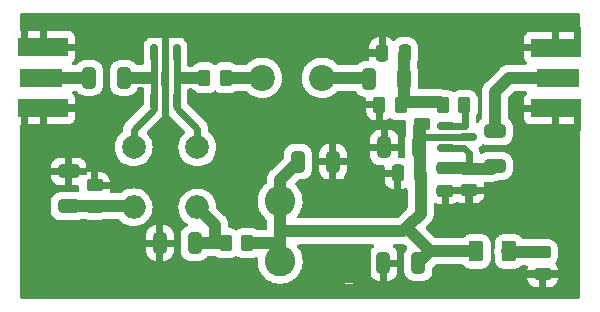
<source format=gbr>
%TF.GenerationSoftware,KiCad,Pcbnew,6.0.2+dfsg-1*%
%TF.CreationDate,2023-07-11T14:37:47-05:00*%
%TF.ProjectId,2023-07-06-dual-jfet-lna-part-deux,32303233-2d30-4372-9d30-362d6475616c,rev?*%
%TF.SameCoordinates,Original*%
%TF.FileFunction,Copper,L1,Top*%
%TF.FilePolarity,Positive*%
%FSLAX46Y46*%
G04 Gerber Fmt 4.6, Leading zero omitted, Abs format (unit mm)*
G04 Created by KiCad (PCBNEW 6.0.2+dfsg-1) date 2023-07-11 14:37:47*
%MOMM*%
%LPD*%
G01*
G04 APERTURE LIST*
G04 Aperture macros list*
%AMRoundRect*
0 Rectangle with rounded corners*
0 $1 Rounding radius*
0 $2 $3 $4 $5 $6 $7 $8 $9 X,Y pos of 4 corners*
0 Add a 4 corners polygon primitive as box body*
4,1,4,$2,$3,$4,$5,$6,$7,$8,$9,$2,$3,0*
0 Add four circle primitives for the rounded corners*
1,1,$1+$1,$2,$3*
1,1,$1+$1,$4,$5*
1,1,$1+$1,$6,$7*
1,1,$1+$1,$8,$9*
0 Add four rect primitives between the rounded corners*
20,1,$1+$1,$2,$3,$4,$5,0*
20,1,$1+$1,$4,$5,$6,$7,0*
20,1,$1+$1,$6,$7,$8,$9,0*
20,1,$1+$1,$8,$9,$2,$3,0*%
G04 Aperture macros list end*
%TA.AperFunction,SMDPad,CuDef*%
%ADD10RoundRect,0.250000X0.375000X0.625000X-0.375000X0.625000X-0.375000X-0.625000X0.375000X-0.625000X0*%
%TD*%
%TA.AperFunction,ComponentPad*%
%ADD11C,2.600000*%
%TD*%
%TA.AperFunction,ComponentPad*%
%ADD12C,2.200000*%
%TD*%
%TA.AperFunction,SMDPad,CuDef*%
%ADD13RoundRect,0.150000X-0.587500X-0.150000X0.587500X-0.150000X0.587500X0.150000X-0.587500X0.150000X0*%
%TD*%
%TA.AperFunction,SMDPad,CuDef*%
%ADD14RoundRect,0.150000X0.150000X-0.587500X0.150000X0.587500X-0.150000X0.587500X-0.150000X-0.587500X0*%
%TD*%
%TA.AperFunction,SMDPad,CuDef*%
%ADD15RoundRect,0.250000X0.450000X-0.262500X0.450000X0.262500X-0.450000X0.262500X-0.450000X-0.262500X0*%
%TD*%
%TA.AperFunction,SMDPad,CuDef*%
%ADD16RoundRect,0.250000X0.262500X0.450000X-0.262500X0.450000X-0.262500X-0.450000X0.262500X-0.450000X0*%
%TD*%
%TA.AperFunction,SMDPad,CuDef*%
%ADD17RoundRect,0.250000X-0.262500X-0.450000X0.262500X-0.450000X0.262500X0.450000X-0.262500X0.450000X0*%
%TD*%
%TA.AperFunction,SMDPad,CuDef*%
%ADD18RoundRect,0.250000X-0.450000X0.262500X-0.450000X-0.262500X0.450000X-0.262500X0.450000X0.262500X0*%
%TD*%
%TA.AperFunction,ComponentPad*%
%ADD19C,2.000000*%
%TD*%
%TA.AperFunction,ComponentPad*%
%ADD20O,2.000000X2.000000*%
%TD*%
%TA.AperFunction,SMDPad,CuDef*%
%ADD21R,3.600000X1.500000*%
%TD*%
%TA.AperFunction,SMDPad,CuDef*%
%ADD22R,4.200000X1.500000*%
%TD*%
%TA.AperFunction,SMDPad,CuDef*%
%ADD23RoundRect,0.250000X0.325000X0.650000X-0.325000X0.650000X-0.325000X-0.650000X0.325000X-0.650000X0*%
%TD*%
%TA.AperFunction,SMDPad,CuDef*%
%ADD24RoundRect,0.250000X-0.325000X-0.650000X0.325000X-0.650000X0.325000X0.650000X-0.325000X0.650000X0*%
%TD*%
%TA.AperFunction,SMDPad,CuDef*%
%ADD25RoundRect,0.250000X0.250000X0.475000X-0.250000X0.475000X-0.250000X-0.475000X0.250000X-0.475000X0*%
%TD*%
%TA.AperFunction,SMDPad,CuDef*%
%ADD26RoundRect,0.250000X0.650000X-0.325000X0.650000X0.325000X-0.650000X0.325000X-0.650000X-0.325000X0*%
%TD*%
%TA.AperFunction,SMDPad,CuDef*%
%ADD27RoundRect,0.250000X-0.475000X0.250000X-0.475000X-0.250000X0.475000X-0.250000X0.475000X0.250000X0*%
%TD*%
%TA.AperFunction,ViaPad*%
%ADD28C,2.000000*%
%TD*%
%TA.AperFunction,Conductor*%
%ADD29C,0.600000*%
%TD*%
%TA.AperFunction,Conductor*%
%ADD30C,1.000000*%
%TD*%
G04 APERTURE END LIST*
D10*
%TO.P,D1,1,K*%
%TO.N,Net-(D1-Pad1)*%
X242400000Y-134700000D03*
%TO.P,D1,2,A*%
%TO.N,+12V*%
X239600000Y-134700000D03*
%TD*%
D11*
%TO.P,TP2,1,1*%
%TO.N,GND*%
X228800000Y-135540000D03*
X228800000Y-130460000D03*
%TD*%
%TO.P,TP1,1,1*%
%TO.N,+12V*%
X223000000Y-135540000D03*
X223000000Y-130460000D03*
%TD*%
D12*
%TO.P,L3,2,2*%
%TO.N,Net-(C11-Pad1)*%
X226540000Y-120000000D03*
%TO.P,L3,1,1*%
%TO.N,Net-(L3-Pad1)*%
X221460000Y-120000000D03*
%TD*%
D13*
%TO.P,Q3,1,B*%
%TO.N,Net-(Q3-Pad1)*%
X237062500Y-124050000D03*
%TO.P,Q3,2,E*%
%TO.N,Net-(C7-Pad1)*%
X237062500Y-125950000D03*
%TO.P,Q3,3,C*%
%TO.N,+12V*%
X238937500Y-125000000D03*
%TD*%
D14*
%TO.P,Q2,1,D*%
%TO.N,Net-(L1-Pad1)*%
X212350000Y-117937500D03*
%TO.P,Q2,2,S*%
%TO.N,Net-(L2-Pad1)*%
X214250000Y-117937500D03*
%TO.P,Q2,3,G*%
%TO.N,GND*%
X213300000Y-116062500D03*
%TD*%
%TO.P,Q1,1,D*%
%TO.N,Net-(L1-Pad1)*%
X212350000Y-121947500D03*
%TO.P,Q1,2,S*%
%TO.N,Net-(L2-Pad1)*%
X214250000Y-121947500D03*
%TO.P,Q1,3,G*%
%TO.N,GND*%
X213300000Y-120072500D03*
%TD*%
D15*
%TO.P,R8,1*%
%TO.N,GND*%
X245232500Y-136612500D03*
%TO.P,R8,2*%
%TO.N,Net-(D1-Pad1)*%
X245232500Y-134787500D03*
%TD*%
%TO.P,R7,1*%
%TO.N,GND*%
X239000000Y-129512500D03*
%TO.P,R7,2*%
%TO.N,Net-(C7-Pad1)*%
X239000000Y-127687500D03*
%TD*%
D16*
%TO.P,R6,1*%
%TO.N,Net-(Q3-Pad1)*%
X238612500Y-122300000D03*
%TO.P,R6,2*%
%TO.N,Net-(C11-Pad2)*%
X236787500Y-122300000D03*
%TD*%
D17*
%TO.P,R5,1*%
%TO.N,GND*%
X231387500Y-122300000D03*
%TO.P,R5,2*%
%TO.N,Net-(C11-Pad2)*%
X233212500Y-122300000D03*
%TD*%
D18*
%TO.P,R4,1*%
%TO.N,Net-(C11-Pad2)*%
X235000000Y-122087500D03*
%TO.P,R4,2*%
%TO.N,+12V*%
X235000000Y-123912500D03*
%TD*%
D17*
%TO.P,R3,1*%
%TO.N,Net-(L2-Pad1)*%
X216587500Y-120000000D03*
%TO.P,R3,2*%
%TO.N,Net-(L3-Pad1)*%
X218412500Y-120000000D03*
%TD*%
%TO.P,R2,1*%
%TO.N,Net-(C3-Pad1)*%
X218387500Y-134000000D03*
%TO.P,R2,2*%
%TO.N,+12V*%
X220212500Y-134000000D03*
%TD*%
D15*
%TO.P,R1,1*%
%TO.N,Net-(C2-Pad1)*%
X207300000Y-130912500D03*
%TO.P,R1,2*%
%TO.N,GND*%
X207300000Y-129087500D03*
%TD*%
D19*
%TO.P,L2,1,1*%
%TO.N,Net-(L2-Pad1)*%
X216000000Y-125900000D03*
D20*
%TO.P,L2,2,2*%
%TO.N,Net-(C3-Pad1)*%
X216000000Y-130980000D03*
%TD*%
D19*
%TO.P,L1,1,1*%
%TO.N,Net-(L1-Pad1)*%
X210600000Y-125880000D03*
D20*
%TO.P,L1,2,2*%
%TO.N,Net-(C2-Pad1)*%
X210600000Y-130960000D03*
%TD*%
D21*
%TO.P,J2,1,In*%
%TO.N,Net-(C8-Pad2)*%
X246537500Y-120000000D03*
D22*
%TO.P,J2,2,Ext*%
%TO.N,GND*%
X246337500Y-122600000D03*
X246337500Y-117440000D03*
%TD*%
D21*
%TO.P,J1,1,In*%
%TO.N,Net-(C1-Pad1)*%
X202762500Y-120000000D03*
D22*
%TO.P,J1,2,Ext*%
%TO.N,GND*%
X202962500Y-117400000D03*
X202962500Y-122560000D03*
%TD*%
D23*
%TO.P,C12,1*%
%TO.N,GND*%
X227475000Y-127100000D03*
%TO.P,C12,2*%
%TO.N,+12V*%
X224525000Y-127100000D03*
%TD*%
D24*
%TO.P,C11,1*%
%TO.N,Net-(C11-Pad1)*%
X230525000Y-120100000D03*
%TO.P,C11,2*%
%TO.N,Net-(C11-Pad2)*%
X233475000Y-120100000D03*
%TD*%
%TO.P,C10,1*%
%TO.N,GND*%
X231757500Y-135700000D03*
%TO.P,C10,2*%
%TO.N,+12V*%
X234707500Y-135700000D03*
%TD*%
D25*
%TO.P,C9,1*%
%TO.N,Net-(C11-Pad2)*%
X233550000Y-117900000D03*
%TO.P,C9,2*%
%TO.N,GND*%
X231650000Y-117900000D03*
%TD*%
D26*
%TO.P,C8,1*%
%TO.N,Net-(C7-Pad1)*%
X241200000Y-127475000D03*
%TO.P,C8,2*%
%TO.N,Net-(C8-Pad2)*%
X241200000Y-124525000D03*
%TD*%
D27*
%TO.P,C7,1*%
%TO.N,Net-(C7-Pad1)*%
X237000000Y-127650000D03*
%TO.P,C7,2*%
%TO.N,GND*%
X237000000Y-129550000D03*
%TD*%
D23*
%TO.P,C6,1*%
%TO.N,+12V*%
X234775000Y-125900000D03*
%TO.P,C6,2*%
%TO.N,GND*%
X231825000Y-125900000D03*
%TD*%
D25*
%TO.P,C5,1*%
%TO.N,+12V*%
X234850000Y-128100000D03*
%TO.P,C5,2*%
%TO.N,GND*%
X232950000Y-128100000D03*
%TD*%
D23*
%TO.P,C3,1*%
%TO.N,Net-(C3-Pad1)*%
X215775000Y-134000000D03*
%TO.P,C3,2*%
%TO.N,GND*%
X212825000Y-134000000D03*
%TD*%
D26*
%TO.P,C2,1*%
%TO.N,Net-(C2-Pad1)*%
X205100000Y-130875000D03*
%TO.P,C2,2*%
%TO.N,GND*%
X205100000Y-127925000D03*
%TD*%
D24*
%TO.P,C1,1*%
%TO.N,Net-(C1-Pad1)*%
X206825000Y-120000000D03*
%TO.P,C1,2*%
%TO.N,Net-(L1-Pad1)*%
X209775000Y-120000000D03*
%TD*%
D28*
%TO.N,GND*%
X204800000Y-135900000D03*
X217500000Y-116600000D03*
X237800000Y-132000000D03*
X237800000Y-118900000D03*
%TD*%
D29*
%TO.N,Net-(L2-Pad1)*%
X216587500Y-120000000D02*
X214500000Y-120000000D01*
X214500000Y-120000000D02*
X214250000Y-120250000D01*
D30*
%TO.N,Net-(L3-Pad1)*%
X218412500Y-120000000D02*
X221460000Y-120000000D01*
D29*
%TO.N,GND*%
X201540000Y-122560000D02*
X201300000Y-122800000D01*
X202962500Y-122560000D02*
X201540000Y-122560000D01*
X201300000Y-122800000D02*
X201300000Y-124600000D01*
X201900000Y-117400000D02*
X201300000Y-116800000D01*
X202962500Y-117400000D02*
X201900000Y-117400000D01*
X201300000Y-116800000D02*
X201300000Y-115300000D01*
X247760000Y-117440000D02*
X248100000Y-117100000D01*
X246337500Y-117440000D02*
X247760000Y-117440000D01*
X248100000Y-117100000D02*
X248100000Y-115800000D01*
X246337500Y-122600000D02*
X247700000Y-122600000D01*
X248100000Y-123000000D02*
X248100000Y-124300000D01*
X247700000Y-122600000D02*
X248100000Y-123000000D01*
%TO.N,Net-(Q3-Pad1)*%
X237062500Y-124050000D02*
X238650000Y-124050000D01*
X238650000Y-124050000D02*
X238650000Y-122337500D01*
X238650000Y-122337500D02*
X238612500Y-122300000D01*
D30*
%TO.N,Net-(C11-Pad2)*%
X235000000Y-122087500D02*
X236575000Y-122087500D01*
X236575000Y-122087500D02*
X236787500Y-122300000D01*
X233475000Y-120100000D02*
X233475000Y-122037500D01*
X233475000Y-122037500D02*
X233212500Y-122300000D01*
X233475000Y-120100000D02*
X233475000Y-117975000D01*
X233475000Y-117975000D02*
X233550000Y-117900000D01*
%TO.N,Net-(C11-Pad1)*%
X226540000Y-120000000D02*
X230425000Y-120000000D01*
X230425000Y-120000000D02*
X230525000Y-120100000D01*
%TO.N,+12V*%
X234775000Y-125900000D02*
X234775000Y-124137500D01*
X234775000Y-124137500D02*
X235000000Y-123912500D01*
D29*
X238937500Y-125000000D02*
X235200000Y-125000000D01*
X235000000Y-124800000D02*
X235000000Y-123912500D01*
X235200000Y-125000000D02*
X235000000Y-124800000D01*
D30*
X233850000Y-132550000D02*
X234900000Y-131500000D01*
X234900000Y-131500000D02*
X234900000Y-128150000D01*
X234900000Y-128150000D02*
X234850000Y-128100000D01*
X234850000Y-128100000D02*
X234850000Y-125975000D01*
X234850000Y-125975000D02*
X234775000Y-125900000D01*
%TO.N,Net-(C8-Pad2)*%
X246537500Y-120000000D02*
X242400000Y-120000000D01*
X242400000Y-120000000D02*
X241200000Y-121200000D01*
X241200000Y-121200000D02*
X241200000Y-124525000D01*
%TO.N,Net-(C7-Pad1)*%
X239000000Y-127687500D02*
X240987500Y-127687500D01*
X240987500Y-127687500D02*
X241200000Y-127475000D01*
X238962500Y-127650000D02*
X239000000Y-127687500D01*
X237000000Y-127650000D02*
X238962500Y-127650000D01*
D29*
X237062500Y-125950000D02*
X238550000Y-125950000D01*
X238550000Y-125950000D02*
X239000000Y-126400000D01*
X239000000Y-126400000D02*
X239000000Y-127687500D01*
D30*
%TO.N,+12V*%
X220212500Y-134000000D02*
X222700000Y-134000000D01*
X233850000Y-132842500D02*
X235707500Y-134700000D01*
X233400000Y-133000000D02*
X233850000Y-132550000D01*
X233850000Y-132550000D02*
X233850000Y-132842500D01*
X239692500Y-134700000D02*
X235707500Y-134700000D01*
X235707500Y-134700000D02*
X234707500Y-135700000D01*
X223000000Y-130460000D02*
X223000000Y-128625000D01*
X223000000Y-128625000D02*
X224525000Y-127100000D01*
X223000000Y-133000000D02*
X233400000Y-133000000D01*
X223000000Y-134300000D02*
X223000000Y-133000000D01*
X223000000Y-133000000D02*
X223000000Y-130460000D01*
%TO.N,Net-(C2-Pad1)*%
X205100000Y-130875000D02*
X210515000Y-130875000D01*
X210515000Y-130875000D02*
X210600000Y-130960000D01*
D29*
%TO.N,Net-(L1-Pad1)*%
X210600000Y-124400000D02*
X210600000Y-125880000D01*
X212350000Y-121947500D02*
X212350000Y-122650000D01*
X212350000Y-122650000D02*
X210600000Y-124400000D01*
%TO.N,Net-(L2-Pad1)*%
X214250000Y-121947500D02*
X214250000Y-122550000D01*
X214250000Y-122550000D02*
X216000000Y-124300000D01*
X216000000Y-124300000D02*
X216000000Y-125900000D01*
D30*
%TO.N,Net-(C3-Pad1)*%
X216000000Y-130980000D02*
X217500000Y-132480000D01*
X217500000Y-132480000D02*
X217500000Y-134000000D01*
D29*
%TO.N,GND*%
X213300000Y-116062500D02*
X213300000Y-126400000D01*
%TO.N,Net-(L2-Pad1)*%
X214250000Y-117937500D02*
X214250000Y-120250000D01*
X214250000Y-120250000D02*
X214250000Y-121947500D01*
%TO.N,Net-(L1-Pad1)*%
X212350000Y-119850000D02*
X212350000Y-117937500D01*
X212350000Y-119850000D02*
X209925000Y-119850000D01*
X212350000Y-121947500D02*
X212350000Y-119850000D01*
X209925000Y-119850000D02*
X209775000Y-120000000D01*
D30*
%TO.N,+12V*%
X223525000Y-136065000D02*
X223000000Y-135540000D01*
%TO.N,Net-(D1-Pad1)*%
X245232500Y-134787500D02*
X242320000Y-134787500D01*
X242320000Y-134787500D02*
X242232500Y-134700000D01*
%TO.N,Net-(C3-Pad1)*%
X218387500Y-134000000D02*
X217500000Y-134000000D01*
X217500000Y-134000000D02*
X215775000Y-134000000D01*
%TO.N,+12V*%
X223000000Y-135540000D02*
X223000000Y-134300000D01*
X222700000Y-134000000D02*
X223000000Y-134300000D01*
%TO.N,Net-(C11-Pad2)*%
X233475000Y-120100000D02*
X233575000Y-120000000D01*
X233212500Y-122300000D02*
X233425000Y-122087500D01*
X233425000Y-122087500D02*
X235000000Y-122087500D01*
%TO.N,Net-(C1-Pad1)*%
X202762500Y-120000000D02*
X206825000Y-120000000D01*
%TD*%
%TA.AperFunction,Conductor*%
%TO.N,GND*%
G36*
X212859603Y-114519962D02*
G01*
X212914141Y-114574500D01*
X212934103Y-114649000D01*
X212914141Y-114723500D01*
X212859603Y-114778038D01*
X212845534Y-114784368D01*
X212845732Y-114784790D01*
X212822323Y-114795755D01*
X212688323Y-114878677D01*
X212674856Y-114889350D01*
X212563527Y-115000874D01*
X212552868Y-115014370D01*
X212470183Y-115148511D01*
X212462917Y-115164093D01*
X212413144Y-115314153D01*
X212409754Y-115329964D01*
X212400388Y-115421378D01*
X212400000Y-115428971D01*
X212400000Y-115742884D01*
X212404145Y-115758355D01*
X212419616Y-115762500D01*
X214180383Y-115762500D01*
X214195854Y-115758355D01*
X214199999Y-115742884D01*
X214199999Y-115429011D01*
X214199603Y-115421346D01*
X214189990Y-115328692D01*
X214186568Y-115312848D01*
X214136540Y-115162898D01*
X214129245Y-115147323D01*
X214046323Y-115013323D01*
X214035650Y-114999856D01*
X213924126Y-114888527D01*
X213910630Y-114877868D01*
X213776489Y-114795183D01*
X213753062Y-114784259D01*
X213754478Y-114781223D01*
X213704024Y-114748009D01*
X213669437Y-114679071D01*
X213673953Y-114602075D01*
X213716362Y-114537653D01*
X213785300Y-114503066D01*
X213815371Y-114500000D01*
X248251000Y-114500000D01*
X248325500Y-114519962D01*
X248380038Y-114574500D01*
X248400000Y-114649000D01*
X248400000Y-115941000D01*
X248380038Y-116015500D01*
X248325500Y-116070038D01*
X248251000Y-116090000D01*
X246657116Y-116090000D01*
X246641645Y-116094145D01*
X246637500Y-116109616D01*
X246637500Y-117591000D01*
X246617538Y-117665500D01*
X246563000Y-117720038D01*
X246488500Y-117740000D01*
X243657117Y-117740000D01*
X243641646Y-117744145D01*
X243637501Y-117759616D01*
X243637501Y-118224440D01*
X243638139Y-118234166D01*
X243651669Y-118336947D01*
X243656682Y-118355655D01*
X243709662Y-118483562D01*
X243719347Y-118500337D01*
X243803631Y-118610179D01*
X243817323Y-118623870D01*
X243828296Y-118632290D01*
X243875249Y-118693480D01*
X243885316Y-118769948D01*
X243855801Y-118841205D01*
X243794611Y-118888158D01*
X243737591Y-118899500D01*
X242504975Y-118899500D01*
X242494061Y-118899100D01*
X242487958Y-118898652D01*
X242480966Y-118897463D01*
X242389510Y-118899459D01*
X242389214Y-118899465D01*
X242385964Y-118899500D01*
X242347531Y-118899500D01*
X242344016Y-118899835D01*
X242344004Y-118899836D01*
X242341095Y-118900114D01*
X242330192Y-118900753D01*
X242278107Y-118901889D01*
X242278103Y-118901889D01*
X242271019Y-118902044D01*
X242239866Y-118908751D01*
X242222667Y-118911413D01*
X242210532Y-118912571D01*
X242190954Y-118914439D01*
X242134153Y-118931102D01*
X242123579Y-118933787D01*
X242065729Y-118946242D01*
X242036409Y-118958718D01*
X242020024Y-118964584D01*
X241989451Y-118973553D01*
X241983149Y-118976799D01*
X241983141Y-118976802D01*
X241936841Y-119000648D01*
X241926956Y-119005290D01*
X241879026Y-119025684D01*
X241879023Y-119025685D01*
X241872498Y-119028462D01*
X241866610Y-119032426D01*
X241846069Y-119046255D01*
X241831081Y-119055119D01*
X241812951Y-119064457D01*
X241802761Y-119069705D01*
X241797186Y-119074084D01*
X241797180Y-119074088D01*
X241756223Y-119106261D01*
X241747394Y-119112687D01*
X241702761Y-119142735D01*
X241702749Y-119142744D01*
X241698301Y-119145739D01*
X241694206Y-119149452D01*
X241674754Y-119168904D01*
X241661436Y-119180717D01*
X241637621Y-119199424D01*
X241632981Y-119204772D01*
X241632977Y-119204775D01*
X241597679Y-119245453D01*
X241590501Y-119253157D01*
X240496055Y-120347603D01*
X240488058Y-120355035D01*
X240483430Y-120359030D01*
X240477640Y-120363137D01*
X240472730Y-120368266D01*
X240472729Y-120368267D01*
X240414211Y-120429396D01*
X240411938Y-120431720D01*
X240384728Y-120458930D01*
X240380601Y-120463927D01*
X240373351Y-120472078D01*
X240337332Y-120509704D01*
X240337327Y-120509710D01*
X240332425Y-120514831D01*
X240315144Y-120541594D01*
X240304862Y-120555643D01*
X240289096Y-120574734D01*
X240289091Y-120574742D01*
X240284575Y-120580210D01*
X240256193Y-120632158D01*
X240250622Y-120641521D01*
X240218515Y-120691246D01*
X240215865Y-120697820D01*
X240215862Y-120697827D01*
X240206609Y-120720788D01*
X240199166Y-120736534D01*
X240187290Y-120758269D01*
X240187286Y-120758278D01*
X240183890Y-120764494D01*
X240181727Y-120771250D01*
X240181727Y-120771251D01*
X240165848Y-120820858D01*
X240162146Y-120831116D01*
X240140019Y-120886019D01*
X240138660Y-120892979D01*
X240133914Y-120917282D01*
X240129583Y-120934150D01*
X240123667Y-120952633D01*
X240119870Y-120964494D01*
X240119024Y-120971538D01*
X240119023Y-120971542D01*
X240112813Y-121023241D01*
X240111115Y-121034028D01*
X240108094Y-121049500D01*
X240099770Y-121092122D01*
X240099500Y-121097643D01*
X240099500Y-121125151D01*
X240098436Y-121142922D01*
X240094824Y-121172991D01*
X240096998Y-121203699D01*
X240099128Y-121233780D01*
X240099500Y-121244303D01*
X240099500Y-123399498D01*
X240079538Y-123473998D01*
X240043864Y-123515619D01*
X239945060Y-123595060D01*
X239940001Y-123601352D01*
X239838887Y-123727112D01*
X239829269Y-123739074D01*
X239825682Y-123746301D01*
X239825024Y-123747329D01*
X239768068Y-123799336D01*
X239692738Y-123815897D01*
X239619221Y-123792574D01*
X239567214Y-123735618D01*
X239550500Y-123667050D01*
X239550500Y-123319653D01*
X239570462Y-123245153D01*
X239583378Y-123226290D01*
X239586113Y-123222888D01*
X239595731Y-123210926D01*
X239607102Y-123188021D01*
X239659623Y-123082216D01*
X239677895Y-123045408D01*
X239722600Y-122866107D01*
X239725500Y-122823566D01*
X239725500Y-121776434D01*
X239722600Y-121733893D01*
X239677895Y-121554592D01*
X239627412Y-121452895D01*
X239599319Y-121396301D01*
X239599317Y-121396298D01*
X239595731Y-121389074D01*
X239590442Y-121382495D01*
X239484999Y-121251352D01*
X239479940Y-121245060D01*
X239459987Y-121229017D01*
X239342216Y-121134326D01*
X239342214Y-121134325D01*
X239335926Y-121129269D01*
X239328702Y-121125683D01*
X239328699Y-121125681D01*
X239250478Y-121086852D01*
X239170408Y-121047105D01*
X238991107Y-121002400D01*
X238984552Y-121001953D01*
X238984551Y-121001953D01*
X238951104Y-120999673D01*
X238948566Y-120999500D01*
X238276434Y-120999500D01*
X238273896Y-120999673D01*
X238240449Y-121001953D01*
X238240448Y-121001953D01*
X238233893Y-121002400D01*
X238054592Y-121047105D01*
X237974522Y-121086852D01*
X237896301Y-121125681D01*
X237896298Y-121125683D01*
X237889074Y-121129269D01*
X237882786Y-121134325D01*
X237882784Y-121134326D01*
X237793364Y-121206222D01*
X237722795Y-121237347D01*
X237646118Y-121229017D01*
X237606636Y-121206222D01*
X237517216Y-121134326D01*
X237517214Y-121134325D01*
X237510926Y-121129269D01*
X237503702Y-121125683D01*
X237503699Y-121125681D01*
X237425478Y-121086852D01*
X237345408Y-121047105D01*
X237166107Y-121002400D01*
X237159552Y-121001953D01*
X237159551Y-121001953D01*
X237126104Y-120999673D01*
X237123566Y-120999500D01*
X236759919Y-120999500D01*
X236731361Y-120996738D01*
X236688148Y-120988299D01*
X236688146Y-120988299D01*
X236682878Y-120987270D01*
X236677357Y-120987000D01*
X236649849Y-120987000D01*
X236632078Y-120985936D01*
X236628964Y-120985562D01*
X236602009Y-120982324D01*
X236541770Y-120986589D01*
X236541220Y-120986628D01*
X236530697Y-120987000D01*
X235622906Y-120987000D01*
X235586860Y-120982574D01*
X235572486Y-120978990D01*
X235572481Y-120978989D01*
X235566107Y-120977400D01*
X235559552Y-120976953D01*
X235559551Y-120976953D01*
X235526104Y-120974673D01*
X235523566Y-120974500D01*
X234799434Y-120974500D01*
X234724934Y-120954538D01*
X234670396Y-120900000D01*
X234651307Y-120823566D01*
X234650500Y-120823566D01*
X234650500Y-120269629D01*
X234653693Y-120239991D01*
X234655129Y-120235506D01*
X234680176Y-120027010D01*
X234665345Y-119817539D01*
X234655542Y-119780827D01*
X234650500Y-119742394D01*
X234650500Y-119376434D01*
X234647600Y-119333893D01*
X234602895Y-119154592D01*
X234599307Y-119147363D01*
X234591039Y-119130707D01*
X234575500Y-119064457D01*
X234575500Y-118760543D01*
X234591039Y-118694293D01*
X234599307Y-118677637D01*
X234599308Y-118677633D01*
X234602895Y-118670408D01*
X234647600Y-118491107D01*
X234650500Y-118448566D01*
X234650500Y-117974849D01*
X234651564Y-117957078D01*
X234651938Y-117953964D01*
X234655176Y-117927009D01*
X234650872Y-117866220D01*
X234650500Y-117855697D01*
X234650500Y-117351434D01*
X234647600Y-117308893D01*
X234602895Y-117129592D01*
X234598324Y-117120384D01*
X243637500Y-117120384D01*
X243641645Y-117135855D01*
X243657116Y-117140000D01*
X246017884Y-117140000D01*
X246033355Y-117135855D01*
X246037500Y-117120384D01*
X246037500Y-116109617D01*
X246033355Y-116094146D01*
X246017884Y-116090001D01*
X244203060Y-116090001D01*
X244193334Y-116090639D01*
X244090553Y-116104169D01*
X244071845Y-116109182D01*
X243943938Y-116162162D01*
X243927163Y-116171847D01*
X243817321Y-116256131D01*
X243803630Y-116269823D01*
X243719347Y-116379663D01*
X243709663Y-116396435D01*
X243656682Y-116524346D01*
X243651669Y-116543052D01*
X243638137Y-116645836D01*
X243637500Y-116655558D01*
X243637500Y-117120384D01*
X234598324Y-117120384D01*
X234553788Y-117030666D01*
X234524319Y-116971301D01*
X234524317Y-116971298D01*
X234520731Y-116964074D01*
X234404940Y-116820060D01*
X234320881Y-116752474D01*
X234267216Y-116709326D01*
X234267214Y-116709325D01*
X234260926Y-116704269D01*
X234253702Y-116700683D01*
X234253699Y-116700681D01*
X234176704Y-116662461D01*
X234095408Y-116622105D01*
X233916107Y-116577400D01*
X233909552Y-116576953D01*
X233909551Y-116576953D01*
X233876104Y-116574673D01*
X233873566Y-116574500D01*
X233226434Y-116574500D01*
X233223896Y-116574673D01*
X233190449Y-116576953D01*
X233190448Y-116576953D01*
X233183893Y-116577400D01*
X233004592Y-116622105D01*
X232923296Y-116662461D01*
X232846301Y-116700681D01*
X232846298Y-116700683D01*
X232839074Y-116704269D01*
X232832786Y-116709325D01*
X232832784Y-116709326D01*
X232779119Y-116752474D01*
X232695060Y-116820060D01*
X232693426Y-116818027D01*
X232638245Y-116849904D01*
X232561117Y-116849922D01*
X232506300Y-116818282D01*
X232504585Y-116820415D01*
X232366937Y-116709744D01*
X232353433Y-116701108D01*
X232202462Y-116626165D01*
X232187403Y-116620625D01*
X232022419Y-116579490D01*
X232009479Y-116577452D01*
X231976051Y-116575173D01*
X231970973Y-116575000D01*
X231969616Y-116575000D01*
X231954145Y-116579145D01*
X231950000Y-116594616D01*
X231950000Y-118051000D01*
X231930038Y-118125500D01*
X231875500Y-118180038D01*
X231801000Y-118200000D01*
X230569616Y-118200000D01*
X230554145Y-118204145D01*
X230550000Y-118219616D01*
X230550000Y-118448516D01*
X230549259Y-118448516D01*
X230532582Y-118520536D01*
X230479944Y-118576910D01*
X230401068Y-118599500D01*
X230126434Y-118599500D01*
X230123896Y-118599673D01*
X230090449Y-118601953D01*
X230090448Y-118601953D01*
X230083893Y-118602400D01*
X229904592Y-118647105D01*
X229846384Y-118676000D01*
X229746301Y-118725681D01*
X229746298Y-118725683D01*
X229739074Y-118729269D01*
X229732786Y-118734325D01*
X229732784Y-118734326D01*
X229624091Y-118821718D01*
X229595060Y-118845060D01*
X229590001Y-118851352D01*
X229585494Y-118855859D01*
X229518699Y-118894423D01*
X229480135Y-118899500D01*
X227909508Y-118899500D01*
X227835008Y-118879538D01*
X227800044Y-118851476D01*
X227797255Y-118847938D01*
X227613160Y-118674758D01*
X227405489Y-118530691D01*
X227178805Y-118418903D01*
X227173546Y-118417219D01*
X227173542Y-118417218D01*
X226943354Y-118343535D01*
X226938087Y-118341849D01*
X226688624Y-118301221D01*
X226554274Y-118299462D01*
X226441425Y-118297985D01*
X226441420Y-118297985D01*
X226435896Y-118297913D01*
X226430425Y-118298658D01*
X226430418Y-118298658D01*
X226284522Y-118318514D01*
X226185455Y-118331996D01*
X226180142Y-118333544D01*
X226180140Y-118333545D01*
X226104285Y-118355655D01*
X225942803Y-118402723D01*
X225937774Y-118405041D01*
X225937775Y-118405041D01*
X225718288Y-118506225D01*
X225718281Y-118506229D01*
X225713270Y-118508539D01*
X225501899Y-118647120D01*
X225497783Y-118650794D01*
X225497780Y-118650796D01*
X225439963Y-118702400D01*
X225313333Y-118815421D01*
X225309805Y-118819663D01*
X225309803Y-118819665D01*
X225263782Y-118875000D01*
X225151715Y-119009746D01*
X225132092Y-119042084D01*
X225023464Y-119221096D01*
X225023461Y-119221102D01*
X225020595Y-119225825D01*
X225018458Y-119230921D01*
X225018456Y-119230925D01*
X224924992Y-119453812D01*
X224922854Y-119458911D01*
X224921494Y-119464266D01*
X224921492Y-119464272D01*
X224912056Y-119501428D01*
X224860639Y-119703883D01*
X224860085Y-119709385D01*
X224854793Y-119761943D01*
X224835316Y-119955361D01*
X224847443Y-120207820D01*
X224848523Y-120213248D01*
X224891755Y-120430590D01*
X224896752Y-120455713D01*
X224898618Y-120460910D01*
X224898619Y-120460914D01*
X224961819Y-120636939D01*
X224982160Y-120693595D01*
X224984779Y-120698469D01*
X225098937Y-120910926D01*
X225101792Y-120916240D01*
X225253018Y-121118756D01*
X225256949Y-121122653D01*
X225256950Y-121122654D01*
X225314860Y-121180061D01*
X225432517Y-121296696D01*
X225501741Y-121347453D01*
X225631884Y-121442878D01*
X225631890Y-121442882D01*
X225636346Y-121446149D01*
X225641239Y-121448723D01*
X225641240Y-121448724D01*
X225855129Y-121561257D01*
X225855134Y-121561259D01*
X225860026Y-121563833D01*
X225865247Y-121565656D01*
X225865251Y-121565658D01*
X226022187Y-121620462D01*
X226098644Y-121647162D01*
X226346958Y-121694306D01*
X226352481Y-121694523D01*
X226593988Y-121704012D01*
X226593989Y-121704012D01*
X226599513Y-121704229D01*
X226605009Y-121703627D01*
X226605011Y-121703627D01*
X226845254Y-121677316D01*
X226850760Y-121676713D01*
X226856109Y-121675305D01*
X226856113Y-121675304D01*
X226983826Y-121641680D01*
X227095181Y-121612363D01*
X227327405Y-121512591D01*
X227542331Y-121379591D01*
X227546537Y-121376030D01*
X227546543Y-121376026D01*
X227720196Y-121229017D01*
X227735238Y-121216283D01*
X227738881Y-121212128D01*
X227738888Y-121212122D01*
X227792264Y-121151258D01*
X227856393Y-121108408D01*
X227904288Y-121100500D01*
X229332069Y-121100500D01*
X229406569Y-121120462D01*
X229461107Y-121175000D01*
X229465530Y-121183249D01*
X229479269Y-121210926D01*
X229484325Y-121217214D01*
X229484326Y-121217216D01*
X229556129Y-121306520D01*
X229595060Y-121354940D01*
X229601352Y-121359999D01*
X229716891Y-121452895D01*
X229739074Y-121470731D01*
X229746298Y-121474317D01*
X229746301Y-121474319D01*
X229799043Y-121500500D01*
X229904592Y-121552895D01*
X230083893Y-121597600D01*
X230090448Y-121598047D01*
X230090449Y-121598047D01*
X230123896Y-121600327D01*
X230126434Y-121600500D01*
X230128978Y-121600500D01*
X230131504Y-121600586D01*
X230131471Y-121601566D01*
X230201994Y-121620462D01*
X230256532Y-121675000D01*
X230276494Y-121749500D01*
X230276149Y-121759637D01*
X230275173Y-121773954D01*
X230275000Y-121779027D01*
X230275000Y-121980384D01*
X230279145Y-121995855D01*
X230294616Y-122000000D01*
X231538500Y-122000000D01*
X231613000Y-122019962D01*
X231667538Y-122074500D01*
X231687500Y-122149000D01*
X231687500Y-123580384D01*
X231691645Y-123595855D01*
X231707116Y-123600000D01*
X231720973Y-123600000D01*
X231726051Y-123599827D01*
X231759479Y-123597548D01*
X231772419Y-123595510D01*
X231937403Y-123554375D01*
X231952462Y-123548835D01*
X232103433Y-123473892D01*
X232116942Y-123465253D01*
X232206239Y-123393457D01*
X232276808Y-123362333D01*
X232353485Y-123370663D01*
X232392966Y-123393458D01*
X232482784Y-123465674D01*
X232489074Y-123470731D01*
X232496298Y-123474317D01*
X232496301Y-123474319D01*
X232572405Y-123512097D01*
X232654592Y-123552895D01*
X232833893Y-123597600D01*
X232840448Y-123598047D01*
X232840449Y-123598047D01*
X232869099Y-123600000D01*
X232876434Y-123600500D01*
X233548566Y-123600500D01*
X233548566Y-123601250D01*
X233620556Y-123617930D01*
X233676922Y-123670576D01*
X233699500Y-123749434D01*
X233699500Y-123867866D01*
X233696307Y-123897504D01*
X233694870Y-123901994D01*
X233694024Y-123909041D01*
X233694023Y-123909043D01*
X233687813Y-123960741D01*
X233686115Y-123971528D01*
X233674770Y-124029622D01*
X233674500Y-124035143D01*
X233674500Y-124062651D01*
X233673436Y-124080422D01*
X233669824Y-124110491D01*
X233672208Y-124144159D01*
X233674128Y-124171280D01*
X233674500Y-124181803D01*
X233674500Y-124864457D01*
X233658961Y-124930707D01*
X233650693Y-124947363D01*
X233647105Y-124954592D01*
X233602400Y-125133893D01*
X233601953Y-125140448D01*
X233601953Y-125140449D01*
X233600855Y-125156553D01*
X233599500Y-125176434D01*
X233599500Y-126623566D01*
X233601182Y-126648234D01*
X233586334Y-126723917D01*
X233535633Y-126782039D01*
X233462663Y-126807023D01*
X233416481Y-126802942D01*
X233322419Y-126779490D01*
X233309479Y-126777452D01*
X233276051Y-126775173D01*
X233270973Y-126775000D01*
X233148915Y-126775000D01*
X233074415Y-126755038D01*
X233019877Y-126700500D01*
X233000654Y-126623516D01*
X233000000Y-126623516D01*
X233000000Y-126219616D01*
X232995855Y-126204145D01*
X232980384Y-126200000D01*
X230669616Y-126200000D01*
X230654145Y-126204145D01*
X230650000Y-126219616D01*
X230650000Y-126620962D01*
X230650173Y-126626051D01*
X230652452Y-126659479D01*
X230654490Y-126672419D01*
X230695625Y-126837403D01*
X230701165Y-126852462D01*
X230776108Y-127003433D01*
X230784744Y-127016937D01*
X230890361Y-127148299D01*
X230901701Y-127159639D01*
X231033063Y-127265256D01*
X231046567Y-127273892D01*
X231197538Y-127348835D01*
X231212597Y-127354375D01*
X231377581Y-127395510D01*
X231390521Y-127397548D01*
X231423949Y-127399827D01*
X231429027Y-127400000D01*
X231701085Y-127400000D01*
X231775585Y-127419962D01*
X231830123Y-127474500D01*
X231849346Y-127551484D01*
X231850000Y-127551484D01*
X231850000Y-127780384D01*
X231854145Y-127795855D01*
X231869616Y-127800000D01*
X233101000Y-127800000D01*
X233175500Y-127819962D01*
X233230038Y-127874500D01*
X233250000Y-127949000D01*
X233250000Y-129405384D01*
X233254145Y-129420855D01*
X233269616Y-129425000D01*
X233270973Y-129425000D01*
X233276051Y-129424827D01*
X233309479Y-129422548D01*
X233322419Y-129420510D01*
X233487403Y-129379375D01*
X233502462Y-129373835D01*
X233584249Y-129333235D01*
X233659855Y-129317990D01*
X233732955Y-129342590D01*
X233783961Y-129400445D01*
X233799500Y-129466696D01*
X233799500Y-130982440D01*
X233779538Y-131056940D01*
X233755859Y-131087799D01*
X233146055Y-131697603D01*
X233138058Y-131705035D01*
X233133430Y-131709030D01*
X233127640Y-131713137D01*
X233122730Y-131718266D01*
X233122729Y-131718267D01*
X233064211Y-131779396D01*
X233061938Y-131781720D01*
X232987799Y-131855859D01*
X232921004Y-131894423D01*
X232882440Y-131899500D01*
X230392088Y-131899500D01*
X230317588Y-131879538D01*
X230263050Y-131825000D01*
X230243088Y-131750500D01*
X230263050Y-131676000D01*
X230278031Y-131654625D01*
X230337667Y-131583679D01*
X230343846Y-131575174D01*
X230480656Y-131355809D01*
X230485576Y-131346515D01*
X230590110Y-131110063D01*
X230593668Y-131100182D01*
X230663849Y-130851341D01*
X230665976Y-130841067D01*
X230700588Y-130583376D01*
X230701214Y-130575800D01*
X230704734Y-130463801D01*
X230704585Y-130456212D01*
X230686222Y-130196856D01*
X230684741Y-130186455D01*
X230630328Y-129933720D01*
X230627391Y-129923611D01*
X230537916Y-129681079D01*
X230533585Y-129671486D01*
X230410820Y-129443960D01*
X230405194Y-129435095D01*
X230350566Y-129361135D01*
X230338038Y-129351152D01*
X230329924Y-129354340D01*
X228905359Y-130778905D01*
X228838564Y-130817469D01*
X228761436Y-130817469D01*
X228694641Y-130778905D01*
X227273898Y-129358162D01*
X227260027Y-129350154D01*
X227251544Y-129355051D01*
X227227795Y-129385176D01*
X227221888Y-129393868D01*
X227092037Y-129617422D01*
X227087411Y-129626865D01*
X226990351Y-129866494D01*
X226987109Y-129876471D01*
X226924781Y-130127391D01*
X226922975Y-130137741D01*
X226896623Y-130394932D01*
X226896294Y-130405426D01*
X226906443Y-130663758D01*
X226907597Y-130674212D01*
X226954044Y-130928531D01*
X226956661Y-130938725D01*
X227038475Y-131183952D01*
X227042502Y-131193673D01*
X227158058Y-131424936D01*
X227163409Y-131433984D01*
X227310399Y-131646660D01*
X227318955Y-131657340D01*
X227349956Y-131727963D01*
X227341491Y-131804626D01*
X227295830Y-131866785D01*
X227225207Y-131897786D01*
X227202670Y-131899500D01*
X224592743Y-131899500D01*
X224518243Y-131879538D01*
X224463705Y-131825000D01*
X224443743Y-131750500D01*
X224463705Y-131676000D01*
X224478686Y-131654625D01*
X224538080Y-131583967D01*
X224541465Y-131579940D01*
X224683887Y-131351572D01*
X224792712Y-131105416D01*
X224832079Y-130965832D01*
X224864340Y-130851443D01*
X224864341Y-130851438D01*
X224865767Y-130846382D01*
X224883456Y-130714684D01*
X224901089Y-130583407D01*
X224901089Y-130583402D01*
X224901595Y-130579638D01*
X224901716Y-130575800D01*
X224905236Y-130463801D01*
X224905236Y-130463792D01*
X224905355Y-130460000D01*
X224899217Y-130373299D01*
X224886719Y-130196785D01*
X224886719Y-130196783D01*
X224886347Y-130191533D01*
X224832193Y-129940001D01*
X224830810Y-129933576D01*
X224830808Y-129933568D01*
X224829700Y-129928423D01*
X224818262Y-129897419D01*
X224738372Y-129680865D01*
X224738370Y-129680861D01*
X224736547Y-129675919D01*
X224619762Y-129459479D01*
X224611243Y-129443691D01*
X224611241Y-129443689D01*
X224608744Y-129439060D01*
X224448843Y-129222571D01*
X224411503Y-129184639D01*
X224355334Y-129127581D01*
X224309441Y-129080962D01*
X224271404Y-129013868D01*
X224272009Y-128936742D01*
X224280549Y-128922084D01*
X227691169Y-128922084D01*
X227694060Y-128929796D01*
X228786129Y-130021865D01*
X228800000Y-130029873D01*
X228813871Y-130021865D01*
X229901140Y-128934596D01*
X229909148Y-128920725D01*
X229904530Y-128912726D01*
X229849994Y-128871105D01*
X229841214Y-128865337D01*
X229615639Y-128739009D01*
X229606136Y-128734537D01*
X229377211Y-128645973D01*
X231850000Y-128645973D01*
X231850173Y-128651051D01*
X231852452Y-128684479D01*
X231854490Y-128697419D01*
X231895625Y-128862403D01*
X231901165Y-128877462D01*
X231976108Y-129028433D01*
X231984744Y-129041937D01*
X232090361Y-129173299D01*
X232101701Y-129184639D01*
X232233063Y-129290256D01*
X232246567Y-129298892D01*
X232397538Y-129373835D01*
X232412597Y-129379375D01*
X232577581Y-129420510D01*
X232590521Y-129422548D01*
X232623949Y-129424827D01*
X232629027Y-129425000D01*
X232630384Y-129425000D01*
X232645855Y-129420855D01*
X232650000Y-129405384D01*
X232650000Y-128419616D01*
X232645855Y-128404145D01*
X232630384Y-128400000D01*
X231869616Y-128400000D01*
X231854145Y-128404145D01*
X231850000Y-128419616D01*
X231850000Y-128645973D01*
X229377211Y-128645973D01*
X229365021Y-128641257D01*
X229354970Y-128638165D01*
X229103117Y-128579789D01*
X229092734Y-128578144D01*
X228835177Y-128555837D01*
X228824654Y-128555672D01*
X228566515Y-128569878D01*
X228559494Y-128570765D01*
X228483079Y-128560301D01*
X228422134Y-128513031D01*
X228392990Y-128441621D01*
X228403454Y-128365206D01*
X228424692Y-128329577D01*
X228515256Y-128216937D01*
X228523892Y-128203433D01*
X228598835Y-128052462D01*
X228604375Y-128037403D01*
X228645510Y-127872419D01*
X228647548Y-127859479D01*
X228649827Y-127826051D01*
X228650000Y-127820973D01*
X228650000Y-127419616D01*
X228645855Y-127404145D01*
X228630384Y-127400000D01*
X227794616Y-127400000D01*
X227779145Y-127404145D01*
X227775000Y-127419616D01*
X227775000Y-128580384D01*
X227779552Y-128597372D01*
X227804779Y-128622599D01*
X227843343Y-128689394D01*
X227843343Y-128766522D01*
X227804779Y-128833317D01*
X227786051Y-128849185D01*
X227701345Y-128909717D01*
X227691169Y-128922084D01*
X224280549Y-128922084D01*
X224310266Y-128871076D01*
X224537201Y-128644141D01*
X224603996Y-128605577D01*
X224642560Y-128600500D01*
X224923566Y-128600500D01*
X224930901Y-128600000D01*
X224959551Y-128598047D01*
X224959552Y-128598047D01*
X224966107Y-128597600D01*
X225145408Y-128552895D01*
X225228088Y-128511852D01*
X225303699Y-128474319D01*
X225303702Y-128474317D01*
X225310926Y-128470731D01*
X225317736Y-128465256D01*
X225448648Y-128359999D01*
X225454940Y-128354940D01*
X225495539Y-128304445D01*
X225565674Y-128217216D01*
X225565675Y-128217214D01*
X225570731Y-128210926D01*
X225595250Y-128161534D01*
X225649308Y-128052633D01*
X225652895Y-128045408D01*
X225697600Y-127866107D01*
X225700500Y-127823566D01*
X225700500Y-127820973D01*
X226300000Y-127820973D01*
X226300173Y-127826051D01*
X226302452Y-127859479D01*
X226304490Y-127872419D01*
X226345625Y-128037403D01*
X226351165Y-128052462D01*
X226426108Y-128203433D01*
X226434744Y-128216937D01*
X226540361Y-128348299D01*
X226551701Y-128359639D01*
X226683063Y-128465256D01*
X226696567Y-128473892D01*
X226847538Y-128548835D01*
X226862597Y-128554375D01*
X227027581Y-128595510D01*
X227040521Y-128597548D01*
X227073949Y-128599827D01*
X227079027Y-128600000D01*
X227155384Y-128600000D01*
X227170855Y-128595855D01*
X227175000Y-128580384D01*
X227175000Y-127419616D01*
X227170855Y-127404145D01*
X227155384Y-127400000D01*
X226319616Y-127400000D01*
X226304145Y-127404145D01*
X226300000Y-127419616D01*
X226300000Y-127820973D01*
X225700500Y-127820973D01*
X225700500Y-126780384D01*
X226300000Y-126780384D01*
X226304145Y-126795855D01*
X226319616Y-126800000D01*
X227155384Y-126800000D01*
X227170855Y-126795855D01*
X227175000Y-126780384D01*
X227775000Y-126780384D01*
X227779145Y-126795855D01*
X227794616Y-126800000D01*
X228630384Y-126800000D01*
X228645855Y-126795855D01*
X228650000Y-126780384D01*
X228650000Y-126379027D01*
X228649827Y-126373949D01*
X228647548Y-126340521D01*
X228645510Y-126327581D01*
X228604375Y-126162597D01*
X228598835Y-126147538D01*
X228523892Y-125996567D01*
X228515256Y-125983063D01*
X228409639Y-125851701D01*
X228398299Y-125840361D01*
X228266937Y-125734744D01*
X228253433Y-125726108D01*
X228102462Y-125651165D01*
X228087403Y-125645625D01*
X227922419Y-125604490D01*
X227909479Y-125602452D01*
X227876051Y-125600173D01*
X227870973Y-125600000D01*
X227794616Y-125600000D01*
X227779145Y-125604145D01*
X227775000Y-125619616D01*
X227775000Y-126780384D01*
X227175000Y-126780384D01*
X227175000Y-125619616D01*
X227170855Y-125604145D01*
X227155384Y-125600000D01*
X227079027Y-125600000D01*
X227073949Y-125600173D01*
X227040521Y-125602452D01*
X227027581Y-125604490D01*
X226862597Y-125645625D01*
X226847538Y-125651165D01*
X226696567Y-125726108D01*
X226683063Y-125734744D01*
X226551701Y-125840361D01*
X226540361Y-125851701D01*
X226434744Y-125983063D01*
X226426108Y-125996567D01*
X226351165Y-126147538D01*
X226345625Y-126162597D01*
X226304490Y-126327581D01*
X226302452Y-126340521D01*
X226300173Y-126373949D01*
X226300000Y-126379027D01*
X226300000Y-126780384D01*
X225700500Y-126780384D01*
X225700500Y-126376434D01*
X225697600Y-126333893D01*
X225652895Y-126154592D01*
X225588544Y-126024958D01*
X225574319Y-125996301D01*
X225574317Y-125996298D01*
X225570731Y-125989074D01*
X225555534Y-125970172D01*
X225459999Y-125851352D01*
X225454940Y-125845060D01*
X225441503Y-125834256D01*
X225317216Y-125734326D01*
X225317214Y-125734325D01*
X225310926Y-125729269D01*
X225303702Y-125725683D01*
X225303699Y-125725681D01*
X225227595Y-125687903D01*
X225145408Y-125647105D01*
X224966107Y-125602400D01*
X224959552Y-125601953D01*
X224959551Y-125601953D01*
X224926104Y-125599673D01*
X224923566Y-125599500D01*
X224126434Y-125599500D01*
X224123896Y-125599673D01*
X224090449Y-125601953D01*
X224090448Y-125601953D01*
X224083893Y-125602400D01*
X223904592Y-125647105D01*
X223822405Y-125687903D01*
X223746301Y-125725681D01*
X223746298Y-125725683D01*
X223739074Y-125729269D01*
X223732786Y-125734325D01*
X223732784Y-125734326D01*
X223608497Y-125834256D01*
X223595060Y-125845060D01*
X223590001Y-125851352D01*
X223494467Y-125970172D01*
X223479269Y-125989074D01*
X223475683Y-125996298D01*
X223475681Y-125996301D01*
X223461456Y-126024958D01*
X223397105Y-126154592D01*
X223352400Y-126333893D01*
X223349500Y-126376434D01*
X223349500Y-126657440D01*
X223329538Y-126731940D01*
X223305859Y-126762799D01*
X222296055Y-127772603D01*
X222288058Y-127780035D01*
X222283430Y-127784030D01*
X222277640Y-127788137D01*
X222272730Y-127793266D01*
X222272729Y-127793267D01*
X222214211Y-127854396D01*
X222211938Y-127856720D01*
X222184728Y-127883930D01*
X222180601Y-127888927D01*
X222173351Y-127897078D01*
X222137332Y-127934704D01*
X222137327Y-127934710D01*
X222132425Y-127939831D01*
X222115144Y-127966594D01*
X222104862Y-127980643D01*
X222089096Y-127999734D01*
X222089091Y-127999742D01*
X222084575Y-128005210D01*
X222056193Y-128057158D01*
X222050622Y-128066521D01*
X222018515Y-128116246D01*
X222015865Y-128122820D01*
X222015862Y-128122827D01*
X222006609Y-128145788D01*
X221999166Y-128161534D01*
X221987290Y-128183269D01*
X221987286Y-128183278D01*
X221983890Y-128189494D01*
X221981727Y-128196250D01*
X221981727Y-128196251D01*
X221965848Y-128245858D01*
X221962146Y-128256116D01*
X221940019Y-128311019D01*
X221938660Y-128317979D01*
X221933914Y-128342282D01*
X221929583Y-128359150D01*
X221925336Y-128372419D01*
X221919870Y-128389494D01*
X221919024Y-128396538D01*
X221919023Y-128396542D01*
X221912813Y-128448241D01*
X221911115Y-128459028D01*
X221899770Y-128517122D01*
X221899500Y-128522643D01*
X221899500Y-128550151D01*
X221898436Y-128567922D01*
X221894824Y-128597991D01*
X221898368Y-128648047D01*
X221899128Y-128658780D01*
X221899500Y-128669303D01*
X221899500Y-128833762D01*
X221879538Y-128908262D01*
X221837132Y-128954988D01*
X221785481Y-128991899D01*
X221590740Y-129177672D01*
X221587478Y-129181810D01*
X221587476Y-129181812D01*
X221552006Y-129226806D01*
X221424118Y-129389032D01*
X221387683Y-129451760D01*
X221307704Y-129589454D01*
X221288939Y-129621760D01*
X221187900Y-129871213D01*
X221174884Y-129923611D01*
X221131988Y-130096301D01*
X221123017Y-130132414D01*
X221122480Y-130137655D01*
X221122479Y-130137661D01*
X221112347Y-130236553D01*
X221095585Y-130400151D01*
X221106152Y-130669083D01*
X221154505Y-130933843D01*
X221156175Y-130938847D01*
X221156175Y-130938849D01*
X221211747Y-131105416D01*
X221239682Y-131189148D01*
X221359981Y-131429905D01*
X221513003Y-131651309D01*
X221516585Y-131655184D01*
X221692118Y-131845075D01*
X221692122Y-131845079D01*
X221695695Y-131848944D01*
X221836355Y-131963459D01*
X221844572Y-131970149D01*
X221889743Y-132032666D01*
X221899500Y-132085698D01*
X221899500Y-132750500D01*
X221879538Y-132825000D01*
X221825000Y-132879538D01*
X221750500Y-132899500D01*
X221075746Y-132899500D01*
X221001246Y-132879538D01*
X220982389Y-132866626D01*
X220935926Y-132829269D01*
X220928702Y-132825683D01*
X220928699Y-132825681D01*
X220852595Y-132787903D01*
X220770408Y-132747105D01*
X220591107Y-132702400D01*
X220584552Y-132701953D01*
X220584551Y-132701953D01*
X220551104Y-132699673D01*
X220548566Y-132699500D01*
X219876434Y-132699500D01*
X219873896Y-132699673D01*
X219840449Y-132701953D01*
X219840448Y-132701953D01*
X219833893Y-132702400D01*
X219654592Y-132747105D01*
X219572405Y-132787903D01*
X219496301Y-132825681D01*
X219496298Y-132825683D01*
X219489074Y-132829269D01*
X219482786Y-132834325D01*
X219482784Y-132834326D01*
X219393364Y-132906222D01*
X219322795Y-132937347D01*
X219246118Y-132929017D01*
X219206636Y-132906222D01*
X219117216Y-132834326D01*
X219117214Y-132834325D01*
X219110926Y-132829269D01*
X219103702Y-132825683D01*
X219103699Y-132825681D01*
X219027595Y-132787903D01*
X218945408Y-132747105D01*
X218766107Y-132702400D01*
X218759550Y-132701953D01*
X218741244Y-132700705D01*
X218668274Y-132675722D01*
X218617572Y-132617601D01*
X218602413Y-132555300D01*
X218602235Y-132547105D01*
X218600535Y-132469214D01*
X218600500Y-132465964D01*
X218600500Y-132427531D01*
X218600165Y-132424016D01*
X218600164Y-132424004D01*
X218599886Y-132421095D01*
X218599247Y-132410192D01*
X218598111Y-132358109D01*
X218598111Y-132358106D01*
X218597956Y-132351019D01*
X218591249Y-132319864D01*
X218588586Y-132302658D01*
X218586235Y-132278018D01*
X218585561Y-132270954D01*
X218568903Y-132214172D01*
X218566215Y-132203591D01*
X218555249Y-132152654D01*
X218553758Y-132145728D01*
X218545052Y-132125266D01*
X218541284Y-132116410D01*
X218535415Y-132100020D01*
X218528442Y-132076252D01*
X218526447Y-132069451D01*
X218515424Y-132048047D01*
X218499351Y-132016840D01*
X218494711Y-132006957D01*
X218474317Y-131959029D01*
X218471538Y-131952498D01*
X218453745Y-131926069D01*
X218444881Y-131911081D01*
X218433545Y-131889071D01*
X218433544Y-131889070D01*
X218430295Y-131882761D01*
X218425916Y-131877186D01*
X218425912Y-131877180D01*
X218393739Y-131836223D01*
X218387313Y-131827394D01*
X218357265Y-131782761D01*
X218357256Y-131782749D01*
X218354261Y-131778301D01*
X218350548Y-131774206D01*
X218331096Y-131754754D01*
X218319282Y-131741435D01*
X218304955Y-131723196D01*
X218300576Y-131717621D01*
X218295228Y-131712981D01*
X218295225Y-131712977D01*
X218254547Y-131677679D01*
X218246843Y-131670501D01*
X217648513Y-131072171D01*
X217609949Y-131005376D01*
X217605331Y-130978502D01*
X217602201Y-130938725D01*
X217585683Y-130728852D01*
X217526873Y-130483889D01*
X217490014Y-130394903D01*
X217432708Y-130256553D01*
X217432706Y-130256550D01*
X217430466Y-130251141D01*
X217298836Y-130036341D01*
X217286473Y-130021865D01*
X217139029Y-129849231D01*
X217135224Y-129844776D01*
X217097434Y-129812500D01*
X216948112Y-129684967D01*
X216948110Y-129684966D01*
X216943659Y-129681164D01*
X216728859Y-129549534D01*
X216723450Y-129547294D01*
X216723447Y-129547292D01*
X216542686Y-129472419D01*
X216496111Y-129453127D01*
X216251148Y-129394317D01*
X216183997Y-129389032D01*
X216005832Y-129375010D01*
X216000000Y-129374551D01*
X215994168Y-129375010D01*
X215816004Y-129389032D01*
X215748852Y-129394317D01*
X215503889Y-129453127D01*
X215457314Y-129472419D01*
X215276553Y-129547292D01*
X215276550Y-129547294D01*
X215271141Y-129549534D01*
X215056341Y-129681164D01*
X215051890Y-129684966D01*
X215051888Y-129684967D01*
X214902566Y-129812500D01*
X214864776Y-129844776D01*
X214860971Y-129849231D01*
X214713528Y-130021865D01*
X214701164Y-130036341D01*
X214569534Y-130251141D01*
X214567294Y-130256550D01*
X214567292Y-130256553D01*
X214509986Y-130394903D01*
X214473127Y-130483889D01*
X214414317Y-130728852D01*
X214394551Y-130980000D01*
X214414317Y-131231148D01*
X214473127Y-131476111D01*
X214494210Y-131527010D01*
X214564872Y-131697603D01*
X214569534Y-131708859D01*
X214701164Y-131923659D01*
X214704966Y-131928110D01*
X214704967Y-131928112D01*
X214860971Y-132110769D01*
X214864776Y-132115224D01*
X214869231Y-132119029D01*
X215046703Y-132270604D01*
X215056341Y-132278836D01*
X215112506Y-132313254D01*
X215165596Y-132369200D01*
X215183601Y-132444197D01*
X215161695Y-132518149D01*
X215100902Y-132573757D01*
X214996305Y-132625679D01*
X214996302Y-132625681D01*
X214989074Y-132629269D01*
X214982786Y-132634325D01*
X214982784Y-132634326D01*
X214900226Y-132700705D01*
X214845060Y-132745060D01*
X214840001Y-132751352D01*
X214780239Y-132825681D01*
X214729269Y-132889074D01*
X214725683Y-132896298D01*
X214725681Y-132896301D01*
X214709441Y-132929017D01*
X214647105Y-133054592D01*
X214602400Y-133233893D01*
X214599500Y-133276434D01*
X214599500Y-134723566D01*
X214599673Y-134726104D01*
X214601123Y-134747367D01*
X214602400Y-134766107D01*
X214647105Y-134945408D01*
X214663794Y-134979027D01*
X214725418Y-135103168D01*
X214729269Y-135110926D01*
X214734325Y-135117214D01*
X214734326Y-135117216D01*
X214781220Y-135175540D01*
X214845060Y-135254940D01*
X214851352Y-135259999D01*
X214982265Y-135365256D01*
X214989074Y-135370731D01*
X214996298Y-135374317D01*
X214996301Y-135374319D01*
X215040022Y-135396022D01*
X215154592Y-135452895D01*
X215333893Y-135497600D01*
X215340448Y-135498047D01*
X215340449Y-135498047D01*
X215369099Y-135500000D01*
X215376434Y-135500500D01*
X216173566Y-135500500D01*
X216180901Y-135500000D01*
X216209551Y-135498047D01*
X216209552Y-135498047D01*
X216216107Y-135497600D01*
X216395408Y-135452895D01*
X216509978Y-135396022D01*
X216553699Y-135374319D01*
X216553702Y-135374317D01*
X216560926Y-135370731D01*
X216567736Y-135365256D01*
X216698648Y-135259999D01*
X216704940Y-135254940D01*
X216784381Y-135156136D01*
X216846620Y-135110584D01*
X216900502Y-135100500D01*
X217409829Y-135100500D01*
X217431209Y-135102042D01*
X217445996Y-135104186D01*
X217470846Y-135103036D01*
X217517629Y-135100871D01*
X217592972Y-135117368D01*
X217617877Y-135133588D01*
X217664074Y-135170731D01*
X217671298Y-135174317D01*
X217671301Y-135174319D01*
X217704472Y-135190785D01*
X217829592Y-135252895D01*
X218008893Y-135297600D01*
X218015448Y-135298047D01*
X218015449Y-135298047D01*
X218048896Y-135300327D01*
X218051434Y-135300500D01*
X218723566Y-135300500D01*
X218726104Y-135300327D01*
X218759551Y-135298047D01*
X218759552Y-135298047D01*
X218766107Y-135297600D01*
X218945408Y-135252895D01*
X219070528Y-135190785D01*
X219103699Y-135174319D01*
X219103702Y-135174317D01*
X219110926Y-135170731D01*
X219124831Y-135159551D01*
X219206636Y-135093778D01*
X219277205Y-135062653D01*
X219353882Y-135070983D01*
X219393364Y-135093778D01*
X219475169Y-135159551D01*
X219489074Y-135170731D01*
X219496298Y-135174317D01*
X219496301Y-135174319D01*
X219529472Y-135190785D01*
X219654592Y-135252895D01*
X219833893Y-135297600D01*
X219840448Y-135298047D01*
X219840449Y-135298047D01*
X219873896Y-135300327D01*
X219876434Y-135300500D01*
X220548566Y-135300500D01*
X220551104Y-135300327D01*
X220584551Y-135298047D01*
X220584552Y-135298047D01*
X220591107Y-135297600D01*
X220770408Y-135252895D01*
X220895527Y-135190785D01*
X220971135Y-135175540D01*
X221044234Y-135200141D01*
X221095240Y-135257995D01*
X221110003Y-135339432D01*
X221095585Y-135480151D01*
X221095792Y-135485421D01*
X221095792Y-135485423D01*
X221101096Y-135620408D01*
X221106152Y-135749083D01*
X221154505Y-136013843D01*
X221156175Y-136018847D01*
X221156175Y-136018849D01*
X221211747Y-136185416D01*
X221239682Y-136269148D01*
X221359981Y-136509905D01*
X221513003Y-136731309D01*
X221516585Y-136735184D01*
X221692118Y-136925075D01*
X221692122Y-136925079D01*
X221695695Y-136928944D01*
X221904411Y-137098866D01*
X222134987Y-137237684D01*
X222302962Y-137308812D01*
X222376857Y-137340102D01*
X222382822Y-137342628D01*
X222387921Y-137343980D01*
X222387924Y-137343981D01*
X222565724Y-137391124D01*
X222642972Y-137411606D01*
X222910245Y-137443240D01*
X223179310Y-137436899D01*
X223327545Y-137412226D01*
X223439607Y-137393574D01*
X223439611Y-137393573D01*
X223444796Y-137392710D01*
X223598875Y-137343981D01*
X223696394Y-137313140D01*
X223696397Y-137313139D01*
X223701408Y-137311554D01*
X223706142Y-137309281D01*
X223706149Y-137309278D01*
X223932677Y-137200500D01*
X223944025Y-137195051D01*
X223948402Y-137192127D01*
X223948408Y-137192123D01*
X224114712Y-137081002D01*
X227689125Y-137081002D01*
X227694324Y-137090008D01*
X227700619Y-137095132D01*
X227709212Y-137101171D01*
X227930700Y-137234518D01*
X227940066Y-137239290D01*
X228178139Y-137340102D01*
X228188077Y-137343504D01*
X228437963Y-137409760D01*
X228448307Y-137411733D01*
X228705042Y-137442119D01*
X228715527Y-137442614D01*
X228973994Y-137436523D01*
X228984464Y-137435533D01*
X229239490Y-137393086D01*
X229249693Y-137390636D01*
X229496210Y-137312674D01*
X229505963Y-137308812D01*
X229739025Y-137196896D01*
X229748158Y-137191687D01*
X229899256Y-137090726D01*
X229909815Y-137078686D01*
X229907448Y-137071712D01*
X228813871Y-135978135D01*
X228800000Y-135970127D01*
X228786129Y-135978135D01*
X227697133Y-137067131D01*
X227689125Y-137081002D01*
X224114712Y-137081002D01*
X224125353Y-137073892D01*
X224167806Y-137045526D01*
X224368286Y-136865961D01*
X224541465Y-136659940D01*
X224546133Y-136652456D01*
X224574084Y-136607637D01*
X224683887Y-136431572D01*
X224792712Y-136185416D01*
X224825810Y-136068060D01*
X224864340Y-135931443D01*
X224864341Y-135931438D01*
X224865767Y-135926382D01*
X224883788Y-135792216D01*
X224901089Y-135663407D01*
X224901089Y-135663402D01*
X224901595Y-135659638D01*
X224901743Y-135654940D01*
X224905236Y-135543801D01*
X224905236Y-135543792D01*
X224905355Y-135540000D01*
X224902559Y-135500500D01*
X224886719Y-135276785D01*
X224886719Y-135276783D01*
X224886347Y-135271533D01*
X224856648Y-135133590D01*
X224830810Y-135013576D01*
X224830808Y-135013568D01*
X224829700Y-135008423D01*
X224826186Y-134998897D01*
X224738372Y-134760865D01*
X224738370Y-134760861D01*
X224736547Y-134755919D01*
X224608744Y-134519060D01*
X224475029Y-134338024D01*
X224446824Y-134266238D01*
X224458291Y-134189967D01*
X224506357Y-134129648D01*
X224578143Y-134101443D01*
X224594881Y-134100500D01*
X227208088Y-134100500D01*
X227282588Y-134120462D01*
X227337126Y-134175000D01*
X227357088Y-134249500D01*
X227337126Y-134324000D01*
X227325100Y-134341745D01*
X227227791Y-134465181D01*
X227221890Y-134473864D01*
X227092037Y-134697422D01*
X227087411Y-134706865D01*
X226990351Y-134946494D01*
X226987109Y-134956471D01*
X226924781Y-135207391D01*
X226922975Y-135217741D01*
X226896623Y-135474932D01*
X226896294Y-135485426D01*
X226906443Y-135743758D01*
X226907597Y-135754212D01*
X226954044Y-136008531D01*
X226956660Y-136018720D01*
X227038475Y-136263952D01*
X227042502Y-136273673D01*
X227158058Y-136504936D01*
X227163409Y-136513984D01*
X227249663Y-136638784D01*
X227261869Y-136649153D01*
X227269200Y-136646536D01*
X228694641Y-135221095D01*
X228761436Y-135182531D01*
X228838564Y-135182531D01*
X228905359Y-135221095D01*
X230328282Y-136644018D01*
X230342153Y-136652026D01*
X230347867Y-136648727D01*
X230365629Y-136620247D01*
X230421990Y-136567596D01*
X230497126Y-136550180D01*
X230570904Y-136572666D01*
X230623555Y-136629027D01*
X230631892Y-136647645D01*
X230633662Y-136652456D01*
X230708606Y-136803430D01*
X230717244Y-136816937D01*
X230822861Y-136948299D01*
X230834201Y-136959639D01*
X230965563Y-137065256D01*
X230979067Y-137073892D01*
X231130038Y-137148835D01*
X231145097Y-137154375D01*
X231310081Y-137195510D01*
X231323021Y-137197548D01*
X231356449Y-137199827D01*
X231361527Y-137200000D01*
X231437884Y-137200000D01*
X231453355Y-137195855D01*
X231457500Y-137180384D01*
X232057500Y-137180384D01*
X232061645Y-137195855D01*
X232077116Y-137200000D01*
X232153473Y-137200000D01*
X232158551Y-137199827D01*
X232191979Y-137197548D01*
X232204919Y-137195510D01*
X232369903Y-137154375D01*
X232384962Y-137148835D01*
X232535933Y-137073892D01*
X232549437Y-137065256D01*
X232680799Y-136959639D01*
X232692139Y-136948299D01*
X232797756Y-136816937D01*
X232806394Y-136803430D01*
X232881335Y-136652462D01*
X232886875Y-136637403D01*
X232928010Y-136472419D01*
X232930048Y-136459479D01*
X232932327Y-136426051D01*
X232932500Y-136420973D01*
X232932500Y-136019616D01*
X232928355Y-136004145D01*
X232912884Y-136000000D01*
X232077116Y-136000000D01*
X232061645Y-136004145D01*
X232057500Y-136019616D01*
X232057500Y-137180384D01*
X231457500Y-137180384D01*
X231457500Y-135549000D01*
X231477462Y-135474500D01*
X231532000Y-135419962D01*
X231606500Y-135400000D01*
X232912884Y-135400000D01*
X232928355Y-135395855D01*
X232932500Y-135380384D01*
X232932500Y-134979027D01*
X232932327Y-134973949D01*
X232930048Y-134940521D01*
X232928010Y-134927581D01*
X232886875Y-134762597D01*
X232881335Y-134747538D01*
X232806392Y-134596567D01*
X232797756Y-134583063D01*
X232692139Y-134451701D01*
X232680799Y-134440361D01*
X232587842Y-134365622D01*
X232542290Y-134303382D01*
X232533960Y-134226705D01*
X232565084Y-134156136D01*
X232627324Y-134110584D01*
X232681206Y-134100500D01*
X233295025Y-134100500D01*
X233305939Y-134100900D01*
X233312042Y-134101348D01*
X233319034Y-134102537D01*
X233410786Y-134100535D01*
X233414036Y-134100500D01*
X233452469Y-134100500D01*
X233455984Y-134100165D01*
X233455996Y-134100164D01*
X233458905Y-134099886D01*
X233469808Y-134099247D01*
X233473817Y-134099160D01*
X233485069Y-134098914D01*
X233559986Y-134117247D01*
X233593678Y-134142520D01*
X233735911Y-134284753D01*
X233774475Y-134351548D01*
X233774475Y-134428676D01*
X233746675Y-134483473D01*
X233661769Y-134589074D01*
X233658183Y-134596298D01*
X233658181Y-134596301D01*
X233632600Y-134647835D01*
X233579605Y-134754592D01*
X233534900Y-134933893D01*
X233534453Y-134940448D01*
X233534453Y-134940449D01*
X233533361Y-134956471D01*
X233532000Y-134976434D01*
X233532000Y-136423566D01*
X233534900Y-136466107D01*
X233579605Y-136645408D01*
X233586819Y-136659940D01*
X233658048Y-136803430D01*
X233661769Y-136810926D01*
X233666825Y-136817214D01*
X233666826Y-136817216D01*
X233759209Y-136932116D01*
X233777560Y-136954940D01*
X233783852Y-136959999D01*
X233914765Y-137065256D01*
X233921574Y-137070731D01*
X233928798Y-137074317D01*
X233928801Y-137074319D01*
X233970729Y-137095132D01*
X234087092Y-137152895D01*
X234266393Y-137197600D01*
X234272948Y-137198047D01*
X234272949Y-137198047D01*
X234301599Y-137200000D01*
X234308934Y-137200500D01*
X235106066Y-137200500D01*
X235113401Y-137200000D01*
X235142051Y-137198047D01*
X235142052Y-137198047D01*
X235148607Y-137197600D01*
X235327908Y-137152895D01*
X235444271Y-137095132D01*
X235486199Y-137074319D01*
X235486202Y-137074317D01*
X235493426Y-137070731D01*
X235500236Y-137065256D01*
X235631148Y-136959999D01*
X235637440Y-136954940D01*
X235644650Y-136945973D01*
X243932500Y-136945973D01*
X243932673Y-136951051D01*
X243934952Y-136984479D01*
X243936990Y-136997419D01*
X243978125Y-137162403D01*
X243983665Y-137177462D01*
X244058608Y-137328433D01*
X244067244Y-137341937D01*
X244172861Y-137473299D01*
X244184201Y-137484639D01*
X244315563Y-137590256D01*
X244329067Y-137598892D01*
X244480038Y-137673835D01*
X244495097Y-137679375D01*
X244660081Y-137720510D01*
X244673021Y-137722548D01*
X244706449Y-137724827D01*
X244711527Y-137725000D01*
X244912884Y-137725000D01*
X244928355Y-137720855D01*
X244932500Y-137705384D01*
X245532500Y-137705384D01*
X245536645Y-137720855D01*
X245552116Y-137725000D01*
X245753473Y-137725000D01*
X245758551Y-137724827D01*
X245791979Y-137722548D01*
X245804919Y-137720510D01*
X245969903Y-137679375D01*
X245984962Y-137673835D01*
X246135933Y-137598892D01*
X246149437Y-137590256D01*
X246280799Y-137484639D01*
X246292139Y-137473299D01*
X246397756Y-137341937D01*
X246406392Y-137328433D01*
X246481335Y-137177462D01*
X246486875Y-137162403D01*
X246528010Y-136997419D01*
X246530048Y-136984479D01*
X246532327Y-136951051D01*
X246532500Y-136945973D01*
X246532500Y-136932116D01*
X246528355Y-136916645D01*
X246512884Y-136912500D01*
X245552116Y-136912500D01*
X245536645Y-136916645D01*
X245532500Y-136932116D01*
X245532500Y-137705384D01*
X244932500Y-137705384D01*
X244932500Y-136932116D01*
X244928355Y-136916645D01*
X244912884Y-136912500D01*
X243952116Y-136912500D01*
X243936645Y-136916645D01*
X243932500Y-136932116D01*
X243932500Y-136945973D01*
X235644650Y-136945973D01*
X235655791Y-136932116D01*
X235748174Y-136817216D01*
X235748175Y-136817214D01*
X235753231Y-136810926D01*
X235756953Y-136803430D01*
X235828181Y-136659940D01*
X235835395Y-136645408D01*
X235880100Y-136466107D01*
X235883000Y-136423566D01*
X235883000Y-136142560D01*
X235902962Y-136068060D01*
X235926641Y-136037201D01*
X236119702Y-135844141D01*
X236186497Y-135805577D01*
X236225061Y-135800500D01*
X238444599Y-135800500D01*
X238519099Y-135820462D01*
X238560719Y-135856135D01*
X238620060Y-135929940D01*
X238626352Y-135934999D01*
X238753465Y-136037201D01*
X238764074Y-136045731D01*
X238771298Y-136049317D01*
X238771301Y-136049319D01*
X238847405Y-136087097D01*
X238929592Y-136127895D01*
X239108893Y-136172600D01*
X239115448Y-136173047D01*
X239115449Y-136173047D01*
X239148896Y-136175327D01*
X239151434Y-136175500D01*
X240048566Y-136175500D01*
X240051104Y-136175327D01*
X240084551Y-136173047D01*
X240084552Y-136173047D01*
X240091107Y-136172600D01*
X240270408Y-136127895D01*
X240352595Y-136087097D01*
X240428699Y-136049319D01*
X240428702Y-136049317D01*
X240435926Y-136045731D01*
X240446536Y-136037201D01*
X240573648Y-135934999D01*
X240579940Y-135929940D01*
X240617634Y-135883058D01*
X240690674Y-135792216D01*
X240690675Y-135792214D01*
X240695731Y-135785926D01*
X240711447Y-135754268D01*
X240774308Y-135627633D01*
X240777895Y-135620408D01*
X240822600Y-135441107D01*
X240825500Y-135398566D01*
X240825500Y-134619034D01*
X241129963Y-134619034D01*
X241132187Y-134720973D01*
X241133096Y-134762597D01*
X241134544Y-134828981D01*
X241136037Y-134835914D01*
X241136037Y-134835917D01*
X241171162Y-134999064D01*
X241174500Y-135030424D01*
X241174500Y-135398566D01*
X241177400Y-135441107D01*
X241222105Y-135620408D01*
X241225692Y-135627633D01*
X241288554Y-135754268D01*
X241304269Y-135785926D01*
X241309325Y-135792214D01*
X241309326Y-135792216D01*
X241382366Y-135883058D01*
X241420060Y-135929940D01*
X241426352Y-135934999D01*
X241553465Y-136037201D01*
X241564074Y-136045731D01*
X241571298Y-136049317D01*
X241571301Y-136049319D01*
X241647405Y-136087097D01*
X241729592Y-136127895D01*
X241908893Y-136172600D01*
X241915448Y-136173047D01*
X241915449Y-136173047D01*
X241948896Y-136175327D01*
X241951434Y-136175500D01*
X242848566Y-136175500D01*
X242851104Y-136175327D01*
X242884551Y-136173047D01*
X242884552Y-136173047D01*
X242891107Y-136172600D01*
X243070408Y-136127895D01*
X243152595Y-136087097D01*
X243228699Y-136049319D01*
X243228702Y-136049317D01*
X243235926Y-136045731D01*
X243246536Y-136037201D01*
X243373648Y-135934999D01*
X243379940Y-135929940D01*
X243379944Y-135929945D01*
X243443801Y-135893077D01*
X243482365Y-135888000D01*
X243830945Y-135888000D01*
X243905445Y-135907962D01*
X243959983Y-135962500D01*
X243979945Y-136037000D01*
X243975519Y-136073046D01*
X243936990Y-136227581D01*
X243934952Y-136240521D01*
X243932673Y-136273949D01*
X243932500Y-136279027D01*
X243932500Y-136292884D01*
X243936645Y-136308355D01*
X243952116Y-136312500D01*
X246512884Y-136312500D01*
X246528355Y-136308355D01*
X246532500Y-136292884D01*
X246532500Y-136279027D01*
X246532327Y-136273949D01*
X246530048Y-136240521D01*
X246528010Y-136227581D01*
X246486875Y-136062597D01*
X246481335Y-136047538D01*
X246406392Y-135896567D01*
X246397753Y-135883058D01*
X246325957Y-135793761D01*
X246294833Y-135723192D01*
X246303163Y-135646515D01*
X246325958Y-135607034D01*
X246398174Y-135517216D01*
X246398175Y-135517214D01*
X246403231Y-135510926D01*
X246408493Y-135500327D01*
X246460353Y-135395855D01*
X246485395Y-135345408D01*
X246530100Y-135166107D01*
X246533000Y-135123566D01*
X246533000Y-134451434D01*
X246532827Y-134448896D01*
X246530547Y-134415449D01*
X246530547Y-134415448D01*
X246530100Y-134408893D01*
X246485395Y-134229592D01*
X246431222Y-134120462D01*
X246406819Y-134071301D01*
X246406817Y-134071298D01*
X246403231Y-134064074D01*
X246287440Y-133920060D01*
X246143426Y-133804269D01*
X246136202Y-133800683D01*
X246136199Y-133800681D01*
X246060095Y-133762903D01*
X245977908Y-133722105D01*
X245798607Y-133677400D01*
X245792052Y-133676953D01*
X245792051Y-133676953D01*
X245758604Y-133674673D01*
X245756066Y-133674500D01*
X244708934Y-133674500D01*
X244706396Y-133674673D01*
X244672949Y-133676953D01*
X244672948Y-133676953D01*
X244666393Y-133677400D01*
X244660019Y-133678989D01*
X244660014Y-133678990D01*
X244645640Y-133682574D01*
X244609594Y-133687000D01*
X243622910Y-133687000D01*
X243548410Y-133667038D01*
X243498209Y-133619065D01*
X243495731Y-133614074D01*
X243379940Y-133470060D01*
X243235926Y-133354269D01*
X243228702Y-133350683D01*
X243228699Y-133350681D01*
X243152595Y-133312903D01*
X243070408Y-133272105D01*
X242891107Y-133227400D01*
X242884552Y-133226953D01*
X242884551Y-133226953D01*
X242851104Y-133224673D01*
X242848566Y-133224500D01*
X241951434Y-133224500D01*
X241948896Y-133224673D01*
X241915449Y-133226953D01*
X241915448Y-133226953D01*
X241908893Y-133227400D01*
X241729592Y-133272105D01*
X241647405Y-133312903D01*
X241571301Y-133350681D01*
X241571298Y-133350683D01*
X241564074Y-133354269D01*
X241420060Y-133470060D01*
X241415001Y-133476352D01*
X241324095Y-133589416D01*
X241304269Y-133614074D01*
X241300683Y-133621298D01*
X241300681Y-133621301D01*
X241272834Y-133677400D01*
X241222105Y-133779592D01*
X241177400Y-133958893D01*
X241174500Y-134001434D01*
X241174500Y-134360244D01*
X241169356Y-134399058D01*
X241167653Y-134405371D01*
X241165164Y-134412010D01*
X241129963Y-134619034D01*
X240825500Y-134619034D01*
X240825500Y-134001434D01*
X240822600Y-133958893D01*
X240777895Y-133779592D01*
X240727166Y-133677400D01*
X240699319Y-133621301D01*
X240699317Y-133621298D01*
X240695731Y-133614074D01*
X240675906Y-133589416D01*
X240584999Y-133476352D01*
X240579940Y-133470060D01*
X240435926Y-133354269D01*
X240428702Y-133350683D01*
X240428699Y-133350681D01*
X240352595Y-133312903D01*
X240270408Y-133272105D01*
X240091107Y-133227400D01*
X240084552Y-133226953D01*
X240084551Y-133226953D01*
X240051104Y-133224673D01*
X240048566Y-133224500D01*
X239151434Y-133224500D01*
X239148896Y-133224673D01*
X239115449Y-133226953D01*
X239115448Y-133226953D01*
X239108893Y-133227400D01*
X238929592Y-133272105D01*
X238847405Y-133312903D01*
X238771301Y-133350681D01*
X238771298Y-133350683D01*
X238764074Y-133354269D01*
X238620060Y-133470060D01*
X238615001Y-133476352D01*
X238560720Y-133543864D01*
X238498481Y-133589416D01*
X238444599Y-133599500D01*
X236225060Y-133599500D01*
X236150560Y-133579538D01*
X236119701Y-133555859D01*
X235365451Y-132801609D01*
X235326887Y-132734814D01*
X235326887Y-132657686D01*
X235365451Y-132590891D01*
X235603945Y-132352397D01*
X235611942Y-132344965D01*
X235616570Y-132340970D01*
X235622360Y-132336863D01*
X235685789Y-132270604D01*
X235688062Y-132268280D01*
X235715272Y-132241070D01*
X235719399Y-132236073D01*
X235726649Y-132227922D01*
X235762668Y-132190296D01*
X235762673Y-132190290D01*
X235767575Y-132185169D01*
X235784856Y-132158406D01*
X235795138Y-132144357D01*
X235810904Y-132125266D01*
X235810909Y-132125258D01*
X235815425Y-132119790D01*
X235828958Y-132095019D01*
X235843797Y-132067860D01*
X235849380Y-132058475D01*
X235854530Y-132050500D01*
X235881485Y-132008754D01*
X235893397Y-131979198D01*
X235900837Y-131963459D01*
X235912709Y-131941729D01*
X235916109Y-131935506D01*
X235919901Y-131923659D01*
X235934146Y-131879158D01*
X235937854Y-131868886D01*
X235957330Y-131820560D01*
X235957331Y-131820556D01*
X235959981Y-131813981D01*
X235961340Y-131807021D01*
X235961342Y-131807015D01*
X235966090Y-131782704D01*
X235970420Y-131765840D01*
X235977966Y-131742265D01*
X235977967Y-131742260D01*
X235980129Y-131735506D01*
X235987190Y-131676726D01*
X235988883Y-131665982D01*
X236000230Y-131607878D01*
X236000500Y-131602357D01*
X236000500Y-131574849D01*
X236001564Y-131557077D01*
X236004330Y-131534049D01*
X236005176Y-131527010D01*
X236000872Y-131466221D01*
X236000500Y-131455698D01*
X236000500Y-130728927D01*
X236020462Y-130654427D01*
X236075000Y-130599889D01*
X236149500Y-130579927D01*
X236215750Y-130595466D01*
X236222534Y-130598833D01*
X236237597Y-130604375D01*
X236402581Y-130645510D01*
X236415521Y-130647548D01*
X236448949Y-130649827D01*
X236454027Y-130650000D01*
X236680384Y-130650000D01*
X236695855Y-130645855D01*
X236700000Y-130630384D01*
X237300000Y-130630384D01*
X237304145Y-130645855D01*
X237319616Y-130650000D01*
X237545973Y-130650000D01*
X237551051Y-130649827D01*
X237584479Y-130647548D01*
X237597419Y-130645510D01*
X237762403Y-130604375D01*
X237777462Y-130598835D01*
X237928427Y-130523895D01*
X237948740Y-130510904D01*
X237949895Y-130512710D01*
X238009848Y-130486265D01*
X238086525Y-130494592D01*
X238098899Y-130500049D01*
X238247538Y-130573835D01*
X238262597Y-130579375D01*
X238427581Y-130620510D01*
X238440521Y-130622548D01*
X238473949Y-130624827D01*
X238479027Y-130625000D01*
X238680384Y-130625000D01*
X238695855Y-130620855D01*
X238700000Y-130605384D01*
X239300000Y-130605384D01*
X239304145Y-130620855D01*
X239319616Y-130625000D01*
X239520973Y-130625000D01*
X239526051Y-130624827D01*
X239559479Y-130622548D01*
X239572419Y-130620510D01*
X239737403Y-130579375D01*
X239752462Y-130573835D01*
X239903433Y-130498892D01*
X239916937Y-130490256D01*
X240048299Y-130384639D01*
X240059639Y-130373299D01*
X240165256Y-130241937D01*
X240173892Y-130228433D01*
X240248835Y-130077462D01*
X240254375Y-130062403D01*
X240295510Y-129897419D01*
X240297548Y-129884479D01*
X240299827Y-129851051D01*
X240300000Y-129845973D01*
X240300000Y-129832116D01*
X240295855Y-129816645D01*
X240280384Y-129812500D01*
X239319616Y-129812500D01*
X239304145Y-129816645D01*
X239300000Y-129832116D01*
X239300000Y-130605384D01*
X238700000Y-130605384D01*
X238700000Y-129832116D01*
X238695855Y-129816645D01*
X238680384Y-129812500D01*
X238384616Y-129812500D01*
X238353021Y-129820966D01*
X238311526Y-129844923D01*
X238272962Y-129850000D01*
X237319616Y-129850000D01*
X237304145Y-129854145D01*
X237300000Y-129869616D01*
X237300000Y-130630384D01*
X236700000Y-130630384D01*
X236700000Y-129399000D01*
X236719962Y-129324500D01*
X236774500Y-129269962D01*
X236849000Y-129250000D01*
X237640384Y-129250000D01*
X237671979Y-129241534D01*
X237713474Y-129217577D01*
X237752038Y-129212500D01*
X240280384Y-129212500D01*
X240295855Y-129208355D01*
X240300000Y-129192884D01*
X240300000Y-129179027D01*
X240299827Y-129173949D01*
X240297548Y-129140521D01*
X240295510Y-129127581D01*
X240256981Y-128973046D01*
X240258327Y-128895929D01*
X240298051Y-128829818D01*
X240365509Y-128792426D01*
X240401555Y-128788000D01*
X240882525Y-128788000D01*
X240893439Y-128788400D01*
X240899542Y-128788848D01*
X240906534Y-128790037D01*
X240998286Y-128788035D01*
X241001536Y-128788000D01*
X241039969Y-128788000D01*
X241043484Y-128787665D01*
X241043496Y-128787664D01*
X241046405Y-128787386D01*
X241057308Y-128786747D01*
X241109393Y-128785611D01*
X241109397Y-128785611D01*
X241116481Y-128785456D01*
X241147634Y-128778749D01*
X241164833Y-128776087D01*
X241176968Y-128774929D01*
X241196546Y-128773061D01*
X241253347Y-128756398D01*
X241263921Y-128753713D01*
X241267720Y-128752895D01*
X241321771Y-128741258D01*
X241351091Y-128728782D01*
X241367477Y-128722916D01*
X241398049Y-128713947D01*
X241404351Y-128710701D01*
X241404359Y-128710698D01*
X241450659Y-128686852D01*
X241460543Y-128682211D01*
X241507111Y-128662396D01*
X241565450Y-128650500D01*
X241923566Y-128650500D01*
X241926104Y-128650327D01*
X241959551Y-128648047D01*
X241959552Y-128648047D01*
X241966107Y-128647600D01*
X242145408Y-128602895D01*
X242246132Y-128552895D01*
X242303699Y-128524319D01*
X242303702Y-128524317D01*
X242310926Y-128520731D01*
X242321970Y-128511852D01*
X242448648Y-128409999D01*
X242454940Y-128404940D01*
X242570731Y-128260926D01*
X242578828Y-128244616D01*
X242645509Y-128110287D01*
X242652895Y-128095408D01*
X242697600Y-127916107D01*
X242699794Y-127883930D01*
X242700327Y-127876104D01*
X242700500Y-127873566D01*
X242700500Y-127076434D01*
X242697600Y-127033893D01*
X242652895Y-126854592D01*
X242610712Y-126769616D01*
X242574319Y-126696301D01*
X242574317Y-126696298D01*
X242570731Y-126689074D01*
X242545297Y-126657440D01*
X242459999Y-126551352D01*
X242454940Y-126545060D01*
X242362666Y-126470869D01*
X242317216Y-126434326D01*
X242317214Y-126434325D01*
X242310926Y-126429269D01*
X242303702Y-126425683D01*
X242303699Y-126425681D01*
X242209714Y-126379027D01*
X242145408Y-126347105D01*
X241966107Y-126302400D01*
X241959552Y-126301953D01*
X241959551Y-126301953D01*
X241926104Y-126299673D01*
X241923566Y-126299500D01*
X240476434Y-126299500D01*
X240473896Y-126299673D01*
X240440449Y-126301953D01*
X240440448Y-126301953D01*
X240433893Y-126302400D01*
X240254592Y-126347105D01*
X240111157Y-126418307D01*
X240035550Y-126433552D01*
X239962451Y-126408951D01*
X239911445Y-126351097D01*
X239896110Y-126292644D01*
X239894722Y-126266156D01*
X239894722Y-126266154D01*
X239894313Y-126258354D01*
X239891194Y-126246714D01*
X239886933Y-126223721D01*
X239886490Y-126219508D01*
X239885674Y-126211744D01*
X239864920Y-126147871D01*
X239862706Y-126140396D01*
X239847340Y-126083050D01*
X239847339Y-126083048D01*
X239845320Y-126075512D01*
X239839848Y-126064773D01*
X239830901Y-126043171D01*
X239829591Y-126039140D01*
X239827179Y-126031716D01*
X239820274Y-126019757D01*
X239800311Y-125945259D01*
X239820272Y-125870759D01*
X239870905Y-125818554D01*
X239986984Y-125746722D01*
X239986989Y-125746718D01*
X239994345Y-125742166D01*
X240064453Y-125671935D01*
X240131213Y-125633314D01*
X240208341Y-125633246D01*
X240236155Y-125643743D01*
X240247364Y-125649307D01*
X240254592Y-125652895D01*
X240433893Y-125697600D01*
X240440448Y-125698047D01*
X240440449Y-125698047D01*
X240473896Y-125700327D01*
X240476434Y-125700500D01*
X241923566Y-125700500D01*
X241926104Y-125700327D01*
X241959551Y-125698047D01*
X241959552Y-125698047D01*
X241966107Y-125697600D01*
X242145408Y-125652895D01*
X242243614Y-125604145D01*
X242303699Y-125574319D01*
X242303702Y-125574317D01*
X242310926Y-125570731D01*
X242454940Y-125454940D01*
X242459999Y-125448648D01*
X242565674Y-125317216D01*
X242565675Y-125317214D01*
X242570731Y-125310926D01*
X242652895Y-125145408D01*
X242697600Y-124966107D01*
X242700500Y-124923566D01*
X242700500Y-124126434D01*
X242697600Y-124083893D01*
X242652895Y-123904592D01*
X242600798Y-123799644D01*
X242574319Y-123746301D01*
X242574317Y-123746298D01*
X242570731Y-123739074D01*
X242561114Y-123727112D01*
X242459999Y-123601352D01*
X242454940Y-123595060D01*
X242356136Y-123515619D01*
X242310584Y-123453380D01*
X242300500Y-123399498D01*
X242300500Y-123384440D01*
X243637501Y-123384440D01*
X243638139Y-123394166D01*
X243651669Y-123496947D01*
X243656682Y-123515655D01*
X243709662Y-123643562D01*
X243719347Y-123660337D01*
X243803631Y-123770179D01*
X243817323Y-123783870D01*
X243927163Y-123868153D01*
X243943935Y-123877837D01*
X244071846Y-123930818D01*
X244090552Y-123935831D01*
X244193336Y-123949363D01*
X244203058Y-123950000D01*
X246017884Y-123950000D01*
X246033355Y-123945855D01*
X246037500Y-123930384D01*
X246037500Y-122919616D01*
X246033355Y-122904145D01*
X246017884Y-122900000D01*
X243657117Y-122900000D01*
X243641646Y-122904145D01*
X243637501Y-122919616D01*
X243637501Y-123384440D01*
X242300500Y-123384440D01*
X242300500Y-121717560D01*
X242320462Y-121643060D01*
X242344141Y-121612201D01*
X242812201Y-121144141D01*
X242878996Y-121105577D01*
X242917560Y-121100500D01*
X243789719Y-121100500D01*
X243864219Y-121120462D01*
X243918757Y-121175000D01*
X243938719Y-121249500D01*
X243918757Y-121324000D01*
X243880424Y-121367710D01*
X243817324Y-121416128D01*
X243803630Y-121429823D01*
X243719347Y-121539663D01*
X243709663Y-121556435D01*
X243656682Y-121684346D01*
X243651669Y-121703052D01*
X243638137Y-121805836D01*
X243637500Y-121815558D01*
X243637500Y-122280384D01*
X243641645Y-122295855D01*
X243657116Y-122300000D01*
X246488500Y-122300000D01*
X246563000Y-122319962D01*
X246617538Y-122374500D01*
X246637500Y-122449000D01*
X246637500Y-123930383D01*
X246641645Y-123945854D01*
X246657116Y-123949999D01*
X248251000Y-123949999D01*
X248325500Y-123969961D01*
X248380038Y-124024499D01*
X248400000Y-124098999D01*
X248400000Y-138551000D01*
X248380038Y-138625500D01*
X248325500Y-138680038D01*
X248251000Y-138700000D01*
X201149000Y-138700000D01*
X201074500Y-138680038D01*
X201019962Y-138625500D01*
X201000000Y-138551000D01*
X201000000Y-134720973D01*
X211650000Y-134720973D01*
X211650173Y-134726051D01*
X211652452Y-134759479D01*
X211654490Y-134772419D01*
X211695625Y-134937403D01*
X211701165Y-134952462D01*
X211776108Y-135103433D01*
X211784744Y-135116937D01*
X211890361Y-135248299D01*
X211901701Y-135259639D01*
X212033063Y-135365256D01*
X212046567Y-135373892D01*
X212197538Y-135448835D01*
X212212597Y-135454375D01*
X212377581Y-135495510D01*
X212390521Y-135497548D01*
X212423949Y-135499827D01*
X212429027Y-135500000D01*
X212505384Y-135500000D01*
X212520855Y-135495855D01*
X212525000Y-135480384D01*
X213125000Y-135480384D01*
X213129145Y-135495855D01*
X213144616Y-135500000D01*
X213220973Y-135500000D01*
X213226051Y-135499827D01*
X213259479Y-135497548D01*
X213272419Y-135495510D01*
X213437403Y-135454375D01*
X213452462Y-135448835D01*
X213603433Y-135373892D01*
X213616937Y-135365256D01*
X213748299Y-135259639D01*
X213759639Y-135248299D01*
X213865256Y-135116937D01*
X213873892Y-135103433D01*
X213948835Y-134952462D01*
X213954375Y-134937403D01*
X213995510Y-134772419D01*
X213997548Y-134759479D01*
X213999827Y-134726051D01*
X214000000Y-134720973D01*
X214000000Y-134319616D01*
X213995855Y-134304145D01*
X213980384Y-134300000D01*
X213144616Y-134300000D01*
X213129145Y-134304145D01*
X213125000Y-134319616D01*
X213125000Y-135480384D01*
X212525000Y-135480384D01*
X212525000Y-134319616D01*
X212520855Y-134304145D01*
X212505384Y-134300000D01*
X211669616Y-134300000D01*
X211654145Y-134304145D01*
X211650000Y-134319616D01*
X211650000Y-134720973D01*
X201000000Y-134720973D01*
X201000000Y-133680384D01*
X211650000Y-133680384D01*
X211654145Y-133695855D01*
X211669616Y-133700000D01*
X212505384Y-133700000D01*
X212520855Y-133695855D01*
X212525000Y-133680384D01*
X213125000Y-133680384D01*
X213129145Y-133695855D01*
X213144616Y-133700000D01*
X213980384Y-133700000D01*
X213995855Y-133695855D01*
X214000000Y-133680384D01*
X214000000Y-133279027D01*
X213999827Y-133273949D01*
X213997548Y-133240521D01*
X213995510Y-133227581D01*
X213954375Y-133062597D01*
X213948835Y-133047538D01*
X213873892Y-132896567D01*
X213865256Y-132883063D01*
X213759639Y-132751701D01*
X213748299Y-132740361D01*
X213616937Y-132634744D01*
X213603433Y-132626108D01*
X213452462Y-132551165D01*
X213437403Y-132545625D01*
X213272419Y-132504490D01*
X213259479Y-132502452D01*
X213226051Y-132500173D01*
X213220973Y-132500000D01*
X213144616Y-132500000D01*
X213129145Y-132504145D01*
X213125000Y-132519616D01*
X213125000Y-133680384D01*
X212525000Y-133680384D01*
X212525000Y-132519616D01*
X212520855Y-132504145D01*
X212505384Y-132500000D01*
X212429027Y-132500000D01*
X212423949Y-132500173D01*
X212390521Y-132502452D01*
X212377581Y-132504490D01*
X212212597Y-132545625D01*
X212197538Y-132551165D01*
X212046567Y-132626108D01*
X212033063Y-132634744D01*
X211901701Y-132740361D01*
X211890361Y-132751701D01*
X211784744Y-132883063D01*
X211776108Y-132896567D01*
X211701165Y-133047538D01*
X211695625Y-133062597D01*
X211654490Y-133227581D01*
X211652452Y-133240521D01*
X211650173Y-133273949D01*
X211650000Y-133279027D01*
X211650000Y-133680384D01*
X201000000Y-133680384D01*
X201000000Y-131273566D01*
X203599500Y-131273566D01*
X203602400Y-131316107D01*
X203647105Y-131495408D01*
X203729269Y-131660926D01*
X203734325Y-131667214D01*
X203734326Y-131667216D01*
X203829800Y-131785961D01*
X203845060Y-131804940D01*
X203851352Y-131809999D01*
X203967841Y-131903659D01*
X203989074Y-131920731D01*
X203996298Y-131924317D01*
X203996301Y-131924319D01*
X204053068Y-131952498D01*
X204154592Y-132002895D01*
X204333893Y-132047600D01*
X204340448Y-132048047D01*
X204340449Y-132048047D01*
X204373896Y-132050327D01*
X204376434Y-132050500D01*
X205823566Y-132050500D01*
X205826104Y-132050327D01*
X205859551Y-132048047D01*
X205859552Y-132048047D01*
X205866107Y-132047600D01*
X206045408Y-132002895D01*
X206052633Y-131999308D01*
X206052637Y-131999307D01*
X206069293Y-131991039D01*
X206135543Y-131975500D01*
X206526691Y-131975500D01*
X206562738Y-131979926D01*
X206733893Y-132022600D01*
X206740448Y-132023047D01*
X206740449Y-132023047D01*
X206773896Y-132025327D01*
X206776434Y-132025500D01*
X207823566Y-132025500D01*
X207826104Y-132025327D01*
X207859551Y-132023047D01*
X207859552Y-132023047D01*
X207866107Y-132022600D01*
X208037262Y-131979926D01*
X208073309Y-131975500D01*
X209293832Y-131975500D01*
X209368332Y-131995462D01*
X209407132Y-132027732D01*
X209464776Y-132095224D01*
X209469231Y-132099029D01*
X209635540Y-132241070D01*
X209656341Y-132258836D01*
X209871141Y-132390466D01*
X209876550Y-132392706D01*
X209876553Y-132392708D01*
X210035302Y-132458463D01*
X210103889Y-132486873D01*
X210348852Y-132545683D01*
X210600000Y-132565449D01*
X210605832Y-132564990D01*
X210845316Y-132546142D01*
X210851148Y-132545683D01*
X211096111Y-132486873D01*
X211164698Y-132458463D01*
X211323447Y-132392708D01*
X211323450Y-132392706D01*
X211328859Y-132390466D01*
X211543659Y-132258836D01*
X211564461Y-132241070D01*
X211730769Y-132099029D01*
X211735224Y-132095224D01*
X211758595Y-132067860D01*
X211895033Y-131908112D01*
X211895034Y-131908110D01*
X211898836Y-131903659D01*
X212030466Y-131688859D01*
X212035479Y-131676758D01*
X212124632Y-131461521D01*
X212126873Y-131456111D01*
X212185683Y-131211148D01*
X212205449Y-130960000D01*
X212185683Y-130708852D01*
X212126873Y-130463889D01*
X212030466Y-130231141D01*
X211898836Y-130016341D01*
X211833636Y-129940001D01*
X211739029Y-129829231D01*
X211735224Y-129824776D01*
X211720851Y-129812500D01*
X211548112Y-129664967D01*
X211548110Y-129664966D01*
X211543659Y-129661164D01*
X211328859Y-129529534D01*
X211323450Y-129527294D01*
X211323447Y-129527292D01*
X211121615Y-129443691D01*
X211096111Y-129433127D01*
X210851148Y-129374317D01*
X210600000Y-129354551D01*
X210348852Y-129374317D01*
X210103889Y-129433127D01*
X210078385Y-129443691D01*
X209876553Y-129527292D01*
X209876550Y-129527294D01*
X209871141Y-129529534D01*
X209656341Y-129661164D01*
X209651890Y-129664966D01*
X209651888Y-129664967D01*
X209565441Y-129738800D01*
X209495826Y-129772005D01*
X209468673Y-129774500D01*
X208710904Y-129774500D01*
X208636404Y-129754538D01*
X208581866Y-129700000D01*
X208561904Y-129625500D01*
X208566330Y-129589454D01*
X208595510Y-129472419D01*
X208597548Y-129459479D01*
X208599827Y-129426051D01*
X208600000Y-129420973D01*
X208600000Y-129407116D01*
X208595855Y-129391645D01*
X208580384Y-129387500D01*
X207149000Y-129387500D01*
X207074500Y-129367538D01*
X207019962Y-129313000D01*
X207000000Y-129238500D01*
X207000000Y-128767884D01*
X207600000Y-128767884D01*
X207604145Y-128783355D01*
X207619616Y-128787500D01*
X208580384Y-128787500D01*
X208595855Y-128783355D01*
X208600000Y-128767884D01*
X208600000Y-128754027D01*
X208599827Y-128748949D01*
X208597548Y-128715521D01*
X208595510Y-128702581D01*
X208554375Y-128537597D01*
X208548835Y-128522538D01*
X208473892Y-128371567D01*
X208465256Y-128358063D01*
X208359639Y-128226701D01*
X208348299Y-128215361D01*
X208216937Y-128109744D01*
X208203433Y-128101108D01*
X208052462Y-128026165D01*
X208037403Y-128020625D01*
X207872419Y-127979490D01*
X207859479Y-127977452D01*
X207826051Y-127975173D01*
X207820973Y-127975000D01*
X207619616Y-127975000D01*
X207604145Y-127979145D01*
X207600000Y-127994616D01*
X207600000Y-128767884D01*
X207000000Y-128767884D01*
X207000000Y-127994616D01*
X206995855Y-127979145D01*
X206980384Y-127975000D01*
X206779027Y-127975000D01*
X206773949Y-127975173D01*
X206740521Y-127977452D01*
X206727581Y-127979490D01*
X206659035Y-127996580D01*
X206643651Y-128005107D01*
X206640103Y-128011012D01*
X206640000Y-128011746D01*
X206640000Y-128076000D01*
X206620038Y-128150500D01*
X206565500Y-128205038D01*
X206491000Y-128225000D01*
X205419616Y-128225000D01*
X205404145Y-128229145D01*
X205400000Y-128244616D01*
X205400000Y-129080384D01*
X205404145Y-129095855D01*
X205419616Y-129100000D01*
X205820973Y-129100000D01*
X205826047Y-129099827D01*
X205840863Y-129098817D01*
X205916549Y-129113665D01*
X205974671Y-129164366D01*
X205999655Y-129237335D01*
X206000000Y-129247472D01*
X206000000Y-129420973D01*
X206000173Y-129426051D01*
X206002452Y-129459479D01*
X206004490Y-129472422D01*
X206015692Y-129517351D01*
X206014346Y-129594467D01*
X205974621Y-129660579D01*
X205907163Y-129697970D01*
X205860985Y-129702051D01*
X205823566Y-129699500D01*
X204376434Y-129699500D01*
X204373896Y-129699673D01*
X204340449Y-129701953D01*
X204340448Y-129701953D01*
X204333893Y-129702400D01*
X204154592Y-129747105D01*
X204072405Y-129787903D01*
X203996301Y-129825681D01*
X203996298Y-129825683D01*
X203989074Y-129829269D01*
X203982786Y-129834325D01*
X203982784Y-129834326D01*
X203930546Y-129876327D01*
X203845060Y-129945060D01*
X203840001Y-129951352D01*
X203771668Y-130036341D01*
X203729269Y-130089074D01*
X203647105Y-130254592D01*
X203602400Y-130433893D01*
X203601953Y-130440448D01*
X203601953Y-130440449D01*
X203600724Y-130458479D01*
X203599500Y-130476434D01*
X203599500Y-131273566D01*
X201000000Y-131273566D01*
X201000000Y-128320973D01*
X203600000Y-128320973D01*
X203600173Y-128326051D01*
X203602452Y-128359479D01*
X203604490Y-128372419D01*
X203645625Y-128537403D01*
X203651165Y-128552462D01*
X203726108Y-128703433D01*
X203734744Y-128716937D01*
X203840361Y-128848299D01*
X203851701Y-128859639D01*
X203983063Y-128965256D01*
X203996567Y-128973892D01*
X204147538Y-129048835D01*
X204162597Y-129054375D01*
X204327581Y-129095510D01*
X204340521Y-129097548D01*
X204373949Y-129099827D01*
X204379027Y-129100000D01*
X204780384Y-129100000D01*
X204795855Y-129095855D01*
X204800000Y-129080384D01*
X204800000Y-128244616D01*
X204795855Y-128229145D01*
X204780384Y-128225000D01*
X203619616Y-128225000D01*
X203604145Y-128229145D01*
X203600000Y-128244616D01*
X203600000Y-128320973D01*
X201000000Y-128320973D01*
X201000000Y-127605384D01*
X203600000Y-127605384D01*
X203604145Y-127620855D01*
X203619616Y-127625000D01*
X204780384Y-127625000D01*
X204795855Y-127620855D01*
X204800000Y-127605384D01*
X205400000Y-127605384D01*
X205404145Y-127620855D01*
X205419616Y-127625000D01*
X206580384Y-127625000D01*
X206595855Y-127620855D01*
X206600000Y-127605384D01*
X206600000Y-127529027D01*
X206599827Y-127523949D01*
X206597548Y-127490521D01*
X206595510Y-127477581D01*
X206554375Y-127312597D01*
X206548835Y-127297538D01*
X206473892Y-127146567D01*
X206465256Y-127133063D01*
X206359639Y-127001701D01*
X206348299Y-126990361D01*
X206216937Y-126884744D01*
X206203433Y-126876108D01*
X206052462Y-126801165D01*
X206037403Y-126795625D01*
X205872419Y-126754490D01*
X205859479Y-126752452D01*
X205826051Y-126750173D01*
X205820973Y-126750000D01*
X205419616Y-126750000D01*
X205404145Y-126754145D01*
X205400000Y-126769616D01*
X205400000Y-127605384D01*
X204800000Y-127605384D01*
X204800000Y-126769616D01*
X204795855Y-126754145D01*
X204780384Y-126750000D01*
X204379027Y-126750000D01*
X204373949Y-126750173D01*
X204340521Y-126752452D01*
X204327581Y-126754490D01*
X204162597Y-126795625D01*
X204147538Y-126801165D01*
X203996567Y-126876108D01*
X203983063Y-126884744D01*
X203851701Y-126990361D01*
X203840361Y-127001701D01*
X203734744Y-127133063D01*
X203726108Y-127146567D01*
X203651165Y-127297538D01*
X203645625Y-127312597D01*
X203604490Y-127477581D01*
X203602452Y-127490521D01*
X203600173Y-127523949D01*
X203600000Y-127529027D01*
X203600000Y-127605384D01*
X201000000Y-127605384D01*
X201000000Y-124059000D01*
X201019962Y-123984500D01*
X201074500Y-123929962D01*
X201149000Y-123910000D01*
X202642884Y-123910000D01*
X202658355Y-123905855D01*
X202662500Y-123890384D01*
X202662500Y-123890383D01*
X203262500Y-123890383D01*
X203266645Y-123905854D01*
X203282116Y-123909999D01*
X205096940Y-123909999D01*
X205106666Y-123909361D01*
X205209447Y-123895831D01*
X205228155Y-123890818D01*
X205356062Y-123837838D01*
X205372837Y-123828153D01*
X205482679Y-123743869D01*
X205496370Y-123730177D01*
X205580653Y-123620337D01*
X205590337Y-123603565D01*
X205643318Y-123475654D01*
X205648331Y-123456948D01*
X205661863Y-123354164D01*
X205662500Y-123344442D01*
X205662500Y-122879616D01*
X205658355Y-122864145D01*
X205642884Y-122860000D01*
X203282116Y-122860000D01*
X203266645Y-122864145D01*
X203262500Y-122879616D01*
X203262500Y-123890383D01*
X202662500Y-123890383D01*
X202662500Y-122409000D01*
X202682462Y-122334500D01*
X202737000Y-122279962D01*
X202811500Y-122260000D01*
X205642883Y-122260000D01*
X205658354Y-122255855D01*
X205662499Y-122240384D01*
X205662499Y-121775560D01*
X205661861Y-121765834D01*
X205648331Y-121663053D01*
X205643318Y-121644345D01*
X205590338Y-121516438D01*
X205580653Y-121499663D01*
X205496369Y-121389821D01*
X205482677Y-121376130D01*
X205471704Y-121367710D01*
X205424751Y-121306520D01*
X205414684Y-121230052D01*
X205444199Y-121158795D01*
X205505389Y-121111842D01*
X205562409Y-121100500D01*
X205699498Y-121100500D01*
X205773998Y-121120462D01*
X205815619Y-121156136D01*
X205895060Y-121254940D01*
X205901352Y-121259999D01*
X206013911Y-121350499D01*
X206039074Y-121370731D01*
X206046298Y-121374317D01*
X206046301Y-121374319D01*
X206077530Y-121389821D01*
X206204592Y-121452895D01*
X206383893Y-121497600D01*
X206390448Y-121498047D01*
X206390449Y-121498047D01*
X206423896Y-121500327D01*
X206426434Y-121500500D01*
X207223566Y-121500500D01*
X207226104Y-121500327D01*
X207259551Y-121498047D01*
X207259552Y-121498047D01*
X207266107Y-121497600D01*
X207445408Y-121452895D01*
X207572470Y-121389821D01*
X207603699Y-121374319D01*
X207603702Y-121374317D01*
X207610926Y-121370731D01*
X207636090Y-121350499D01*
X207748648Y-121259999D01*
X207754940Y-121254940D01*
X207762884Y-121245060D01*
X207865674Y-121117216D01*
X207865675Y-121117214D01*
X207870731Y-121110926D01*
X207875860Y-121100595D01*
X207918832Y-121014027D01*
X207952895Y-120945408D01*
X207997600Y-120766107D01*
X207998271Y-120756272D01*
X208000327Y-120726104D01*
X208000500Y-120723566D01*
X208599500Y-120723566D01*
X208599673Y-120726104D01*
X208601730Y-120756272D01*
X208602400Y-120766107D01*
X208647105Y-120945408D01*
X208681168Y-121014027D01*
X208724141Y-121100595D01*
X208729269Y-121110926D01*
X208734325Y-121117214D01*
X208734326Y-121117216D01*
X208837116Y-121245060D01*
X208845060Y-121254940D01*
X208851352Y-121259999D01*
X208963911Y-121350499D01*
X208989074Y-121370731D01*
X208996298Y-121374317D01*
X208996301Y-121374319D01*
X209027530Y-121389821D01*
X209154592Y-121452895D01*
X209333893Y-121497600D01*
X209340448Y-121498047D01*
X209340449Y-121498047D01*
X209373896Y-121500327D01*
X209376434Y-121500500D01*
X210173566Y-121500500D01*
X210176104Y-121500327D01*
X210209551Y-121498047D01*
X210209552Y-121498047D01*
X210216107Y-121497600D01*
X210395408Y-121452895D01*
X210522470Y-121389821D01*
X210553699Y-121374319D01*
X210553702Y-121374317D01*
X210560926Y-121370731D01*
X210586090Y-121350499D01*
X210698648Y-121259999D01*
X210704940Y-121254940D01*
X210712884Y-121245060D01*
X210815674Y-121117216D01*
X210815675Y-121117214D01*
X210820731Y-121110926D01*
X210825860Y-121100595D01*
X210868832Y-121014027D01*
X210902895Y-120945408D01*
X210923329Y-120863453D01*
X210960722Y-120795996D01*
X211026834Y-120756272D01*
X211067903Y-120750500D01*
X211300500Y-120750500D01*
X211375000Y-120770462D01*
X211429538Y-120825000D01*
X211449500Y-120899500D01*
X211449500Y-122215282D01*
X211429538Y-122289782D01*
X211405859Y-122320641D01*
X210021657Y-123704844D01*
X210003877Y-123720029D01*
X210000453Y-123722517D01*
X209994129Y-123727112D01*
X209962735Y-123761979D01*
X209949187Y-123777025D01*
X209943818Y-123782683D01*
X209929881Y-123796620D01*
X209926512Y-123800781D01*
X209917480Y-123811934D01*
X209912416Y-123817863D01*
X209867467Y-123867784D01*
X209863562Y-123874548D01*
X209863561Y-123874549D01*
X209861441Y-123878221D01*
X209848203Y-123897483D01*
X209840617Y-123906851D01*
X209837071Y-123913811D01*
X209837068Y-123913815D01*
X209810120Y-123966704D01*
X209806414Y-123973530D01*
X209772821Y-124031716D01*
X209770409Y-124039140D01*
X209769099Y-124043171D01*
X209760152Y-124064773D01*
X209754680Y-124075512D01*
X209752661Y-124083048D01*
X209752660Y-124083050D01*
X209737294Y-124140396D01*
X209735080Y-124147871D01*
X209714326Y-124211744D01*
X209713510Y-124219508D01*
X209713067Y-124223721D01*
X209708806Y-124246714D01*
X209705687Y-124258354D01*
X209705278Y-124266154D01*
X209705278Y-124266156D01*
X209702172Y-124325428D01*
X209701560Y-124333203D01*
X209699908Y-124348924D01*
X209699500Y-124352808D01*
X209699500Y-124372515D01*
X209699296Y-124380312D01*
X209695781Y-124447388D01*
X209697002Y-124455100D01*
X209697411Y-124462900D01*
X209695657Y-124462992D01*
X209688625Y-124529851D01*
X209646293Y-124589745D01*
X209540133Y-124680415D01*
X209464776Y-124744776D01*
X209460971Y-124749231D01*
X209314248Y-124921022D01*
X209301164Y-124936341D01*
X209169534Y-125151141D01*
X209167294Y-125156550D01*
X209167292Y-125156553D01*
X209157983Y-125179027D01*
X209073127Y-125383889D01*
X209014317Y-125628852D01*
X208994551Y-125880000D01*
X209014317Y-126131148D01*
X209073127Y-126376111D01*
X209095146Y-126429269D01*
X209160480Y-126587000D01*
X209169534Y-126608859D01*
X209301164Y-126823659D01*
X209304966Y-126828110D01*
X209304967Y-126828112D01*
X209460971Y-127010769D01*
X209464776Y-127015224D01*
X209469231Y-127019029D01*
X209489205Y-127036088D01*
X209656341Y-127178836D01*
X209871141Y-127310466D01*
X209876550Y-127312706D01*
X209876553Y-127312708D01*
X209919425Y-127330466D01*
X210103889Y-127406873D01*
X210348852Y-127465683D01*
X210600000Y-127485449D01*
X210605832Y-127484990D01*
X210845316Y-127466142D01*
X210851148Y-127465683D01*
X211096111Y-127406873D01*
X211280575Y-127330466D01*
X211323447Y-127312708D01*
X211323450Y-127312706D01*
X211328859Y-127310466D01*
X211543659Y-127178836D01*
X211710796Y-127036088D01*
X211730769Y-127019029D01*
X211735224Y-127015224D01*
X211739029Y-127010769D01*
X211895033Y-126828112D01*
X211895034Y-126828110D01*
X211898836Y-126823659D01*
X212030466Y-126608859D01*
X212039521Y-126587000D01*
X212104854Y-126429269D01*
X212126873Y-126376111D01*
X212185683Y-126131148D01*
X212205449Y-125880000D01*
X212185683Y-125628852D01*
X212126873Y-125383889D01*
X212042017Y-125179027D01*
X212032708Y-125156553D01*
X212032706Y-125156550D01*
X212030466Y-125151141D01*
X211898836Y-124936341D01*
X211885753Y-124921022D01*
X211739029Y-124749231D01*
X211735224Y-124744776D01*
X211735478Y-124744559D01*
X211698444Y-124680415D01*
X211698444Y-124603287D01*
X211737008Y-124536492D01*
X212928349Y-123345151D01*
X212946128Y-123329967D01*
X212949549Y-123327481D01*
X212955871Y-123322888D01*
X213000804Y-123272985D01*
X213006173Y-123267327D01*
X213020120Y-123253380D01*
X213032539Y-123238045D01*
X213037595Y-123232125D01*
X213039535Y-123229971D01*
X213082533Y-123182216D01*
X213086438Y-123175452D01*
X213086443Y-123175445D01*
X213088556Y-123171785D01*
X213101804Y-123152508D01*
X213102255Y-123151951D01*
X213109383Y-123143149D01*
X213112928Y-123136192D01*
X213112931Y-123136187D01*
X213139880Y-123083296D01*
X213143586Y-123076470D01*
X213177179Y-123018284D01*
X213180901Y-123006828D01*
X213189855Y-122985214D01*
X213192605Y-122979818D01*
X213244219Y-122922505D01*
X213317574Y-122898678D01*
X213393015Y-122914720D01*
X213454398Y-122972977D01*
X213456399Y-122976443D01*
X213460120Y-122983296D01*
X213487068Y-123036185D01*
X213487071Y-123036189D01*
X213490617Y-123043149D01*
X213498203Y-123052517D01*
X213511441Y-123071779D01*
X213517467Y-123082216D01*
X213522695Y-123088022D01*
X213562416Y-123132137D01*
X213567480Y-123138066D01*
X213579881Y-123153380D01*
X213593818Y-123167317D01*
X213599187Y-123172975D01*
X213644129Y-123222888D01*
X213650451Y-123227481D01*
X213650453Y-123227483D01*
X213653877Y-123229971D01*
X213671657Y-123245156D01*
X214926898Y-124500398D01*
X214965462Y-124567193D01*
X214965462Y-124644321D01*
X214926898Y-124711116D01*
X214918320Y-124719045D01*
X214864776Y-124764776D01*
X214860971Y-124769231D01*
X214718246Y-124936341D01*
X214701164Y-124956341D01*
X214569534Y-125171141D01*
X214567294Y-125176550D01*
X214567292Y-125176553D01*
X214514627Y-125303699D01*
X214473127Y-125403889D01*
X214414317Y-125648852D01*
X214394551Y-125900000D01*
X214414317Y-126151148D01*
X214473127Y-126396111D01*
X214488636Y-126433552D01*
X214552196Y-126587000D01*
X214569534Y-126628859D01*
X214701164Y-126843659D01*
X214704966Y-126848110D01*
X214704967Y-126848112D01*
X214847694Y-127015224D01*
X214864776Y-127035224D01*
X215056341Y-127198836D01*
X215271141Y-127330466D01*
X215276550Y-127332706D01*
X215276553Y-127332708D01*
X215428172Y-127395510D01*
X215503889Y-127426873D01*
X215748852Y-127485683D01*
X216000000Y-127505449D01*
X216005832Y-127504990D01*
X216245316Y-127486142D01*
X216251148Y-127485683D01*
X216496111Y-127426873D01*
X216571828Y-127395510D01*
X216723447Y-127332708D01*
X216723450Y-127332706D01*
X216728859Y-127330466D01*
X216943659Y-127198836D01*
X217135224Y-127035224D01*
X217152306Y-127015224D01*
X217295033Y-126848112D01*
X217295034Y-126848110D01*
X217298836Y-126843659D01*
X217430466Y-126628859D01*
X217447805Y-126587000D01*
X217511364Y-126433552D01*
X217526873Y-126396111D01*
X217585683Y-126151148D01*
X217605449Y-125900000D01*
X217585683Y-125648852D01*
X217569245Y-125580384D01*
X230650000Y-125580384D01*
X230654145Y-125595855D01*
X230669616Y-125600000D01*
X231505384Y-125600000D01*
X231520855Y-125595855D01*
X231525000Y-125580384D01*
X232125000Y-125580384D01*
X232129145Y-125595855D01*
X232144616Y-125600000D01*
X232980384Y-125600000D01*
X232995855Y-125595855D01*
X233000000Y-125580384D01*
X233000000Y-125179027D01*
X232999827Y-125173949D01*
X232997548Y-125140521D01*
X232995510Y-125127581D01*
X232954375Y-124962597D01*
X232948835Y-124947538D01*
X232873892Y-124796567D01*
X232865256Y-124783063D01*
X232759639Y-124651701D01*
X232748299Y-124640361D01*
X232616937Y-124534744D01*
X232603433Y-124526108D01*
X232452462Y-124451165D01*
X232437403Y-124445625D01*
X232272419Y-124404490D01*
X232259479Y-124402452D01*
X232226051Y-124400173D01*
X232220973Y-124400000D01*
X232144616Y-124400000D01*
X232129145Y-124404145D01*
X232125000Y-124419616D01*
X232125000Y-125580384D01*
X231525000Y-125580384D01*
X231525000Y-124419616D01*
X231520855Y-124404145D01*
X231505384Y-124400000D01*
X231429027Y-124400000D01*
X231423949Y-124400173D01*
X231390521Y-124402452D01*
X231377581Y-124404490D01*
X231212597Y-124445625D01*
X231197538Y-124451165D01*
X231046567Y-124526108D01*
X231033063Y-124534744D01*
X230901701Y-124640361D01*
X230890361Y-124651701D01*
X230784744Y-124783063D01*
X230776108Y-124796567D01*
X230701165Y-124947538D01*
X230695625Y-124962597D01*
X230654490Y-125127581D01*
X230652452Y-125140521D01*
X230650173Y-125173949D01*
X230650000Y-125179027D01*
X230650000Y-125580384D01*
X217569245Y-125580384D01*
X217526873Y-125403889D01*
X217485373Y-125303699D01*
X217432708Y-125176553D01*
X217432706Y-125176550D01*
X217430466Y-125171141D01*
X217298836Y-124956341D01*
X217281755Y-124936341D01*
X217139029Y-124769231D01*
X217135224Y-124764776D01*
X216952732Y-124608913D01*
X216909046Y-124545350D01*
X216900500Y-124495613D01*
X216900500Y-124382599D01*
X216902334Y-124359291D01*
X216902998Y-124355100D01*
X216902998Y-124355096D01*
X216904219Y-124347388D01*
X216900704Y-124280312D01*
X216900500Y-124272516D01*
X216900500Y-124252808D01*
X216900092Y-124248922D01*
X216898440Y-124233201D01*
X216897828Y-124225427D01*
X216894722Y-124166157D01*
X216894722Y-124166155D01*
X216894313Y-124158355D01*
X216891194Y-124146715D01*
X216886933Y-124123722D01*
X216886491Y-124119514D01*
X216886490Y-124119511D01*
X216885674Y-124111744D01*
X216878755Y-124090449D01*
X216864918Y-124047863D01*
X216862702Y-124040383D01*
X216847342Y-123983058D01*
X216847342Y-123983057D01*
X216845320Y-123975512D01*
X216839848Y-123964773D01*
X216830901Y-123943171D01*
X216829591Y-123939140D01*
X216827179Y-123931716D01*
X216793586Y-123873530D01*
X216789880Y-123866704D01*
X216762931Y-123813813D01*
X216762928Y-123813808D01*
X216759383Y-123806851D01*
X216751804Y-123797492D01*
X216738556Y-123778215D01*
X216736443Y-123774555D01*
X216736438Y-123774548D01*
X216732533Y-123767784D01*
X216687591Y-123717870D01*
X216682530Y-123711945D01*
X216672571Y-123699647D01*
X216670120Y-123696620D01*
X216656173Y-123682673D01*
X216650804Y-123677015D01*
X216611097Y-123632916D01*
X216605871Y-123627112D01*
X216596546Y-123620337D01*
X216596128Y-123620033D01*
X216578349Y-123604849D01*
X215888220Y-122914720D01*
X215794473Y-122820973D01*
X230275000Y-122820973D01*
X230275173Y-122826051D01*
X230277452Y-122859479D01*
X230279490Y-122872419D01*
X230320625Y-123037403D01*
X230326165Y-123052462D01*
X230401108Y-123203433D01*
X230409744Y-123216937D01*
X230515361Y-123348299D01*
X230526701Y-123359639D01*
X230658063Y-123465256D01*
X230671567Y-123473892D01*
X230822538Y-123548835D01*
X230837597Y-123554375D01*
X231002581Y-123595510D01*
X231015521Y-123597548D01*
X231048949Y-123599827D01*
X231054027Y-123600000D01*
X231067884Y-123600000D01*
X231083355Y-123595855D01*
X231087500Y-123580384D01*
X231087500Y-122619616D01*
X231083355Y-122604145D01*
X231067884Y-122600000D01*
X230294616Y-122600000D01*
X230279145Y-122604145D01*
X230275000Y-122619616D01*
X230275000Y-122820973D01*
X215794473Y-122820973D01*
X215194141Y-122220642D01*
X215155577Y-122153847D01*
X215150500Y-122115283D01*
X215150500Y-121049500D01*
X215170462Y-120975000D01*
X215225000Y-120920462D01*
X215299500Y-120900500D01*
X215524498Y-120900500D01*
X215598998Y-120920462D01*
X215640619Y-120956136D01*
X215720060Y-121054940D01*
X215726352Y-121059999D01*
X215849229Y-121158795D01*
X215864074Y-121170731D01*
X215871298Y-121174317D01*
X215871301Y-121174319D01*
X215889291Y-121183249D01*
X216029592Y-121252895D01*
X216208893Y-121297600D01*
X216215448Y-121298047D01*
X216215449Y-121298047D01*
X216243586Y-121299965D01*
X216251434Y-121300500D01*
X216923566Y-121300500D01*
X216931414Y-121299965D01*
X216959551Y-121298047D01*
X216959552Y-121298047D01*
X216966107Y-121297600D01*
X217145408Y-121252895D01*
X217285709Y-121183249D01*
X217303699Y-121174319D01*
X217303702Y-121174317D01*
X217310926Y-121170731D01*
X217317216Y-121165674D01*
X217406636Y-121093778D01*
X217477205Y-121062653D01*
X217553882Y-121070983D01*
X217593364Y-121093778D01*
X217682784Y-121165674D01*
X217689074Y-121170731D01*
X217696298Y-121174317D01*
X217696301Y-121174319D01*
X217714291Y-121183249D01*
X217854592Y-121252895D01*
X218033893Y-121297600D01*
X218040448Y-121298047D01*
X218040449Y-121298047D01*
X218068586Y-121299965D01*
X218076434Y-121300500D01*
X218748566Y-121300500D01*
X218756414Y-121299965D01*
X218784551Y-121298047D01*
X218784552Y-121298047D01*
X218791107Y-121297600D01*
X218970408Y-121252895D01*
X219110709Y-121183249D01*
X219128699Y-121174319D01*
X219128702Y-121174317D01*
X219135926Y-121170731D01*
X219182383Y-121133378D01*
X219252950Y-121102254D01*
X219275746Y-121100500D01*
X220093265Y-121100500D01*
X220167765Y-121120462D01*
X220198160Y-121143680D01*
X220352517Y-121296696D01*
X220421741Y-121347453D01*
X220551884Y-121442878D01*
X220551890Y-121442882D01*
X220556346Y-121446149D01*
X220561239Y-121448723D01*
X220561240Y-121448724D01*
X220775129Y-121561257D01*
X220775134Y-121561259D01*
X220780026Y-121563833D01*
X220785247Y-121565656D01*
X220785251Y-121565658D01*
X220942187Y-121620462D01*
X221018644Y-121647162D01*
X221266958Y-121694306D01*
X221272481Y-121694523D01*
X221513988Y-121704012D01*
X221513989Y-121704012D01*
X221519513Y-121704229D01*
X221525009Y-121703627D01*
X221525011Y-121703627D01*
X221765254Y-121677316D01*
X221770760Y-121676713D01*
X221776109Y-121675305D01*
X221776113Y-121675304D01*
X221903826Y-121641680D01*
X222015181Y-121612363D01*
X222247405Y-121512591D01*
X222462331Y-121379591D01*
X222466537Y-121376030D01*
X222466543Y-121376026D01*
X222640196Y-121229017D01*
X222655238Y-121216283D01*
X222699619Y-121165677D01*
X222759783Y-121097073D01*
X222821888Y-121026256D01*
X222958619Y-120813684D01*
X223062428Y-120583236D01*
X223131034Y-120339976D01*
X223139984Y-120269629D01*
X223162460Y-120092951D01*
X223162460Y-120092947D01*
X223162931Y-120089247D01*
X223165268Y-120000000D01*
X223146537Y-119747945D01*
X223090756Y-119501428D01*
X223023126Y-119327517D01*
X223001156Y-119271021D01*
X223001155Y-119271019D01*
X222999150Y-119265863D01*
X222996409Y-119261067D01*
X222996406Y-119261061D01*
X222876474Y-119051224D01*
X222876469Y-119051217D01*
X222873731Y-119046426D01*
X222838001Y-119001103D01*
X222720678Y-118852279D01*
X222720672Y-118852273D01*
X222717255Y-118847938D01*
X222533160Y-118674758D01*
X222325489Y-118530691D01*
X222098805Y-118418903D01*
X222093546Y-118417219D01*
X222093542Y-118417218D01*
X221863354Y-118343535D01*
X221858087Y-118341849D01*
X221608624Y-118301221D01*
X221474274Y-118299462D01*
X221361425Y-118297985D01*
X221361420Y-118297985D01*
X221355896Y-118297913D01*
X221350425Y-118298658D01*
X221350418Y-118298658D01*
X221204522Y-118318514D01*
X221105455Y-118331996D01*
X221100142Y-118333544D01*
X221100140Y-118333545D01*
X221024285Y-118355655D01*
X220862803Y-118402723D01*
X220857774Y-118405041D01*
X220857775Y-118405041D01*
X220638288Y-118506225D01*
X220638281Y-118506229D01*
X220633270Y-118508539D01*
X220421899Y-118647120D01*
X220417783Y-118650794D01*
X220417780Y-118650796D01*
X220359963Y-118702400D01*
X220233333Y-118815421D01*
X220217610Y-118834326D01*
X220208086Y-118845777D01*
X220145100Y-118890291D01*
X220093529Y-118899500D01*
X219275746Y-118899500D01*
X219201246Y-118879538D01*
X219182389Y-118866626D01*
X219135926Y-118829269D01*
X219128702Y-118825683D01*
X219128699Y-118825681D01*
X219052595Y-118787903D01*
X218970408Y-118747105D01*
X218791107Y-118702400D01*
X218784552Y-118701953D01*
X218784551Y-118701953D01*
X218751104Y-118699673D01*
X218748566Y-118699500D01*
X218076434Y-118699500D01*
X218073896Y-118699673D01*
X218040449Y-118701953D01*
X218040448Y-118701953D01*
X218033893Y-118702400D01*
X217854592Y-118747105D01*
X217772405Y-118787903D01*
X217696301Y-118825681D01*
X217696298Y-118825683D01*
X217689074Y-118829269D01*
X217682786Y-118834325D01*
X217682784Y-118834326D01*
X217593364Y-118906222D01*
X217522795Y-118937347D01*
X217446118Y-118929017D01*
X217406636Y-118906222D01*
X217317216Y-118834326D01*
X217317214Y-118834325D01*
X217310926Y-118829269D01*
X217303702Y-118825683D01*
X217303699Y-118825681D01*
X217227595Y-118787903D01*
X217145408Y-118747105D01*
X216966107Y-118702400D01*
X216959552Y-118701953D01*
X216959551Y-118701953D01*
X216926104Y-118699673D01*
X216923566Y-118699500D01*
X216251434Y-118699500D01*
X216248896Y-118699673D01*
X216215449Y-118701953D01*
X216215448Y-118701953D01*
X216208893Y-118702400D01*
X216029592Y-118747105D01*
X215947405Y-118787903D01*
X215871301Y-118825681D01*
X215871298Y-118825683D01*
X215864074Y-118829269D01*
X215857786Y-118834325D01*
X215857784Y-118834326D01*
X215755661Y-118916436D01*
X215720060Y-118945060D01*
X215715001Y-118951352D01*
X215640619Y-119043864D01*
X215578380Y-119089416D01*
X215524498Y-119099500D01*
X215299500Y-119099500D01*
X215225000Y-119079538D01*
X215170462Y-119025000D01*
X215150500Y-118950500D01*
X215150500Y-117580384D01*
X230550000Y-117580384D01*
X230554145Y-117595855D01*
X230569616Y-117600000D01*
X231330384Y-117600000D01*
X231345855Y-117595855D01*
X231350000Y-117580384D01*
X231350000Y-116594616D01*
X231345855Y-116579145D01*
X231330384Y-116575000D01*
X231329027Y-116575000D01*
X231323949Y-116575173D01*
X231290521Y-116577452D01*
X231277581Y-116579490D01*
X231112597Y-116620625D01*
X231097538Y-116626165D01*
X230946567Y-116701108D01*
X230933063Y-116709744D01*
X230801701Y-116815361D01*
X230790361Y-116826701D01*
X230684744Y-116958063D01*
X230676108Y-116971567D01*
X230601165Y-117122538D01*
X230595625Y-117137597D01*
X230554490Y-117302581D01*
X230552452Y-117315521D01*
X230550173Y-117348949D01*
X230550000Y-117354027D01*
X230550000Y-117580384D01*
X215150500Y-117580384D01*
X215150500Y-117300134D01*
X215140616Y-117204871D01*
X215140483Y-117203593D01*
X215140482Y-117203590D01*
X215139641Y-117195481D01*
X215121131Y-117140000D01*
X215086995Y-117037680D01*
X215086994Y-117037678D01*
X215084256Y-117029471D01*
X214992166Y-116880655D01*
X214986047Y-116874546D01*
X214986044Y-116874543D01*
X214874436Y-116763130D01*
X214874434Y-116763129D01*
X214868311Y-116757016D01*
X214719334Y-116665186D01*
X214711119Y-116662461D01*
X214560956Y-116612653D01*
X214560953Y-116612652D01*
X214553228Y-116610090D01*
X214545131Y-116609260D01*
X214545129Y-116609260D01*
X214453655Y-116599888D01*
X214453651Y-116599888D01*
X214449866Y-116599500D01*
X214349000Y-116599500D01*
X214274500Y-116579538D01*
X214219962Y-116525000D01*
X214200000Y-116450500D01*
X214200000Y-116382116D01*
X214195855Y-116366645D01*
X214180384Y-116362500D01*
X212419617Y-116362500D01*
X212404146Y-116366645D01*
X212400001Y-116382116D01*
X212400001Y-116450500D01*
X212380039Y-116525000D01*
X212325501Y-116579538D01*
X212251001Y-116599500D01*
X212150134Y-116599500D01*
X212146303Y-116599898D01*
X212146294Y-116599898D01*
X212053593Y-116609517D01*
X212053590Y-116609518D01*
X212045481Y-116610359D01*
X212037746Y-116612940D01*
X212037744Y-116612940D01*
X211887680Y-116663005D01*
X211887678Y-116663006D01*
X211879471Y-116665744D01*
X211730655Y-116757834D01*
X211724546Y-116763953D01*
X211724543Y-116763956D01*
X211613130Y-116875564D01*
X211607016Y-116881689D01*
X211515186Y-117030666D01*
X211512462Y-117038880D01*
X211512461Y-117038881D01*
X211463085Y-117187744D01*
X211460090Y-117196772D01*
X211449500Y-117300134D01*
X211449500Y-118800500D01*
X211429538Y-118875000D01*
X211375000Y-118929538D01*
X211300500Y-118949500D01*
X210939915Y-118949500D01*
X210865415Y-118929538D01*
X210822004Y-118888051D01*
X210820731Y-118889074D01*
X210709999Y-118751352D01*
X210704940Y-118745060D01*
X210651326Y-118701953D01*
X210567216Y-118634326D01*
X210567214Y-118634325D01*
X210560926Y-118629269D01*
X210553702Y-118625683D01*
X210553699Y-118625681D01*
X210477595Y-118587903D01*
X210395408Y-118547105D01*
X210216107Y-118502400D01*
X210209552Y-118501953D01*
X210209551Y-118501953D01*
X210176104Y-118499673D01*
X210173566Y-118499500D01*
X209376434Y-118499500D01*
X209373896Y-118499673D01*
X209340449Y-118501953D01*
X209340448Y-118501953D01*
X209333893Y-118502400D01*
X209154592Y-118547105D01*
X209072405Y-118587903D01*
X208996301Y-118625681D01*
X208996298Y-118625683D01*
X208989074Y-118629269D01*
X208982786Y-118634325D01*
X208982784Y-118634326D01*
X208898674Y-118701953D01*
X208845060Y-118745060D01*
X208840001Y-118751352D01*
X208755975Y-118855859D01*
X208729269Y-118889074D01*
X208725683Y-118896298D01*
X208725681Y-118896301D01*
X208699512Y-118949018D01*
X208647105Y-119054592D01*
X208602400Y-119233893D01*
X208599500Y-119276434D01*
X208599500Y-120723566D01*
X208000500Y-120723566D01*
X208000500Y-119276434D01*
X207997600Y-119233893D01*
X207952895Y-119054592D01*
X207900488Y-118949018D01*
X207874319Y-118896301D01*
X207874317Y-118896298D01*
X207870731Y-118889074D01*
X207844026Y-118855859D01*
X207759999Y-118751352D01*
X207754940Y-118745060D01*
X207701326Y-118701953D01*
X207617216Y-118634326D01*
X207617214Y-118634325D01*
X207610926Y-118629269D01*
X207603702Y-118625683D01*
X207603699Y-118625681D01*
X207527595Y-118587903D01*
X207445408Y-118547105D01*
X207266107Y-118502400D01*
X207259552Y-118501953D01*
X207259551Y-118501953D01*
X207226104Y-118499673D01*
X207223566Y-118499500D01*
X206426434Y-118499500D01*
X206423896Y-118499673D01*
X206390449Y-118501953D01*
X206390448Y-118501953D01*
X206383893Y-118502400D01*
X206204592Y-118547105D01*
X206122405Y-118587903D01*
X206046301Y-118625681D01*
X206046298Y-118625683D01*
X206039074Y-118629269D01*
X206032786Y-118634325D01*
X206032784Y-118634326D01*
X205948674Y-118701953D01*
X205895060Y-118745060D01*
X205890001Y-118751352D01*
X205815619Y-118843864D01*
X205753380Y-118889416D01*
X205699498Y-118899500D01*
X205510281Y-118899500D01*
X205435781Y-118879538D01*
X205381243Y-118825000D01*
X205361281Y-118750500D01*
X205381243Y-118676000D01*
X205419576Y-118632290D01*
X205482676Y-118583872D01*
X205496370Y-118570177D01*
X205580653Y-118460337D01*
X205590337Y-118443565D01*
X205643318Y-118315654D01*
X205648331Y-118296948D01*
X205661863Y-118194164D01*
X205662500Y-118184442D01*
X205662500Y-117719616D01*
X205658355Y-117704145D01*
X205642884Y-117700000D01*
X202811500Y-117700000D01*
X202737000Y-117680038D01*
X202682462Y-117625500D01*
X202662500Y-117551000D01*
X202662500Y-117080384D01*
X203262500Y-117080384D01*
X203266645Y-117095855D01*
X203282116Y-117100000D01*
X205642883Y-117100000D01*
X205658354Y-117095855D01*
X205662499Y-117080384D01*
X205662499Y-116615560D01*
X205661861Y-116605834D01*
X205648331Y-116503053D01*
X205643318Y-116484345D01*
X205590338Y-116356438D01*
X205580653Y-116339663D01*
X205496369Y-116229821D01*
X205482677Y-116216130D01*
X205372837Y-116131847D01*
X205356065Y-116122163D01*
X205228154Y-116069182D01*
X205209448Y-116064169D01*
X205106664Y-116050637D01*
X205096942Y-116050000D01*
X203282116Y-116050000D01*
X203266645Y-116054145D01*
X203262500Y-116069616D01*
X203262500Y-117080384D01*
X202662500Y-117080384D01*
X202662500Y-116069617D01*
X202658355Y-116054146D01*
X202642884Y-116050001D01*
X201149000Y-116050001D01*
X201074500Y-116030039D01*
X201019962Y-115975501D01*
X201000000Y-115901001D01*
X201000000Y-114649000D01*
X201019962Y-114574500D01*
X201074500Y-114519962D01*
X201149000Y-114500000D01*
X212785103Y-114500000D01*
X212859603Y-114519962D01*
G37*
%TD.AperFunction*%
%TA.AperFunction,Conductor*%
G36*
X230908294Y-134120462D02*
G01*
X230962832Y-134175000D01*
X230982794Y-134249500D01*
X230962832Y-134324000D01*
X230927158Y-134365622D01*
X230834201Y-134440361D01*
X230822861Y-134451701D01*
X230717246Y-134583060D01*
X230704762Y-134602582D01*
X230647808Y-134654591D01*
X230572479Y-134671155D01*
X230498961Y-134647835D01*
X230448106Y-134593062D01*
X230410823Y-134523965D01*
X230405194Y-134515095D01*
X230274407Y-134338024D01*
X230246202Y-134266238D01*
X230257669Y-134189967D01*
X230305735Y-134129648D01*
X230377521Y-134101443D01*
X230394259Y-134100500D01*
X230833794Y-134100500D01*
X230908294Y-134120462D01*
G37*
%TD.AperFunction*%
%TD*%
%TA.AperFunction,Conductor*%
%TO.N,GND*%
G36*
X214400000Y-116600000D02*
G01*
X212200000Y-116600000D01*
X212200000Y-114500000D01*
X214400000Y-114500000D01*
X214400000Y-116600000D01*
G37*
%TD.AperFunction*%
%TD*%
%TA.AperFunction,Conductor*%
%TO.N,GND*%
G36*
X230700000Y-137400000D02*
G01*
X226900000Y-137400000D01*
X226900000Y-134100500D01*
X230700000Y-134100500D01*
X230700000Y-137400000D01*
G37*
%TD.AperFunction*%
%TA.AperFunction,Conductor*%
G36*
X230700000Y-131899500D02*
G01*
X226900000Y-131899500D01*
X226900000Y-128600000D01*
X230700000Y-128600000D01*
X230700000Y-131899500D01*
G37*
%TD.AperFunction*%
%TD*%
%TA.AperFunction,Conductor*%
%TO.N,Net-(L2-Pad1)*%
G36*
X217042121Y-119520002D02*
G01*
X217088614Y-119573658D01*
X217100000Y-119626000D01*
X217100000Y-120374000D01*
X217079998Y-120442121D01*
X217026342Y-120488614D01*
X216974000Y-120500000D01*
X214626000Y-120500000D01*
X214557879Y-120479998D01*
X214511386Y-120426342D01*
X214500000Y-120374000D01*
X214500000Y-119626000D01*
X214520002Y-119557879D01*
X214573658Y-119511386D01*
X214626000Y-119500000D01*
X216974000Y-119500000D01*
X217042121Y-119520002D01*
G37*
%TD.AperFunction*%
%TD*%
%TA.AperFunction,Conductor*%
%TO.N,Net-(L1-Pad1)*%
G36*
X212242121Y-119520002D02*
G01*
X212288614Y-119573658D01*
X212300000Y-119626000D01*
X212300000Y-120374000D01*
X212279998Y-120442121D01*
X212226342Y-120488614D01*
X212174000Y-120500000D01*
X209826000Y-120500000D01*
X209757879Y-120479998D01*
X209711386Y-120426342D01*
X209700000Y-120374000D01*
X209700000Y-119626000D01*
X209720002Y-119557879D01*
X209773658Y-119511386D01*
X209826000Y-119500000D01*
X212174000Y-119500000D01*
X212242121Y-119520002D01*
G37*
%TD.AperFunction*%
%TD*%
M02*

</source>
